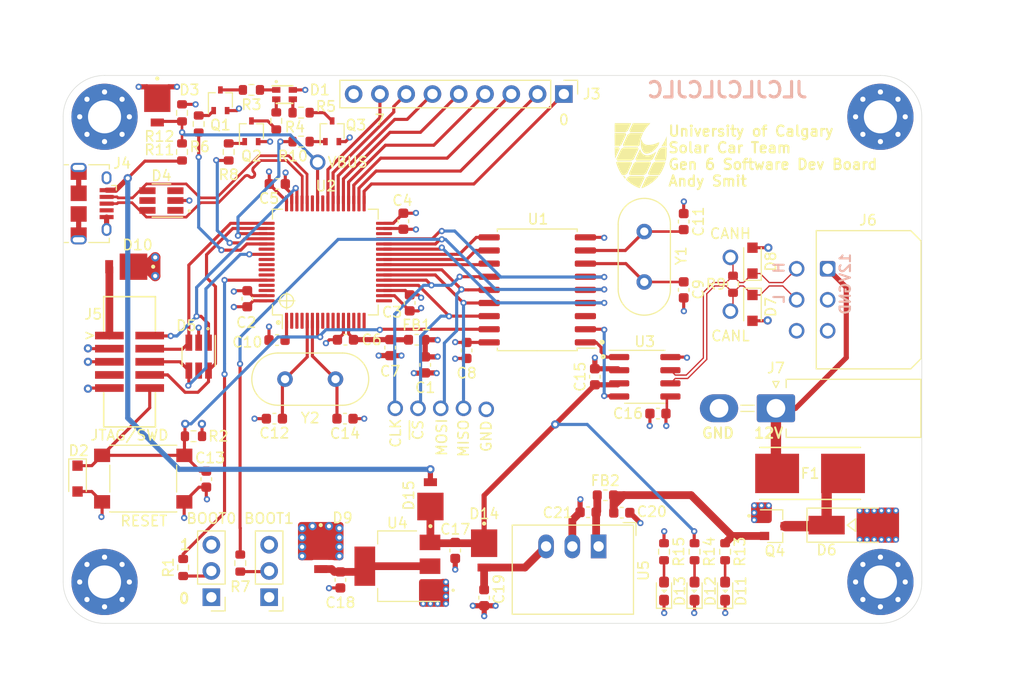
<source format=kicad_pcb>
(kicad_pcb (version 20211014) (generator pcbnew)
  (title_block (title "Gen 6 Software Dev Board") (date "2021-11-29") (rev "A") (company "University of Calgary Solar Car Team") (comment 1 "Andy Smit"))
  (layers (0 "F.Cu" signal) (1 "In1.Cu" power) (2 "In2.Cu" power) (31 "B.Cu" signal) (34 "B.Paste" user) (35 "F.Paste" user) (36 "B.SilkS" user "B.Silkscreen") (37 "F.SilkS" user "F.Silkscreen") (38 "B.Mask" user) (39 "F.Mask" user) (44 "Edge.Cuts" user))
  (net 0 "")
  (net 1 "/~{RESET}")
  (net 2 "GND")
  (net 3 "+5V")
  (net 4 "+3V3")
  (net 5 "/V3.3_DCDC")
  (net 6 "/V5_DCDC")
  (net 7 "+12V")
  (net 8 "/SWCLK")
  (net 9 "/SWDIO")
  (net 10 "/JTDO")
  (net 11 "/JTDI")
  (net 12 "/V3.3_JTAG")
  (net 13 "/USB_N")
  (net 14 "/USB_P")
  (net 15 "/CAN_N")
  (net 16 "/CAN_P")
  (net 17 "Net-(J1-Pad2)")
  (net 18 "Net-(J2-Pad2)")
  (net 19 "/VUSB")
  (net 20 "/VBUS_DETECT")
  (net 22 "/~{SPI1_CS}")
  (net 23 "/SPI1_CLK")
  (net 24 "/SPI1_MISO")
  (net 25 "/SPI1_MOSI")
  (net 26 "/~{CAN_TX0RTS}")
  (net 27 "/~{CAN_TX1RTS}")
  (net 28 "/~{CAN_TX2RTS}")
  (net 29 "/~{CAN_INT}")
  (net 30 "/~{CAN_RX0BF}")
  (net 31 "/~{CAN_RX1BF}")
  (net 32 "/CAN_TX")
  (net 33 "/CAN_RX")
  (net 35 "Net-(C12-Pad2)")
  (net 36 "Net-(C14-Pad2)")
  (net 37 "Net-(C21-Pad1)")
  (net 42 "Net-(F1-Pad1)")
  (net 43 "Net-(D11-Pad2)")
  (net 44 "Net-(D12-Pad2)")
  (net 45 "Net-(D13-Pad2)")
  (net 46 "Net-(F1-Pad2)")
  (net 47 "/GPIO0")
  (net 48 "/GPIO1")
  (net 49 "/GPIO2")
  (net 50 "/GPIO3")
  (net 51 "/GPIO4")
  (net 52 "/GPIO5")
  (net 53 "/GPIO6")
  (net 54 "/GPIO7")
  (net 57 "/LED_RED")
  (net 58 "/LED_GREEN")
  (net 59 "/LED_BLUE")
  (net 61 "+3.3VA")
  (net 63 "Net-(C9-Pad2)")
  (net 64 "Net-(C10-Pad1)")
  (net 65 "Net-(C11-Pad2)")
  (net 66 "Net-(D1-Pad1)")
  (net 67 "Net-(D1-Pad2)")
  (net 68 "Net-(D1-Pad3)")
  (net 70 "Net-(Q1-Pad3)")
  (net 71 "Net-(Q1-Pad1)")
  (net 72 "Net-(Q2-Pad3)")
  (net 73 "Net-(Q2-Pad1)")
  (net 74 "Net-(Q3-Pad3)")
  (net 75 "Net-(Q3-Pad1)")
  (net 76 "Net-(R1-Pad2)")
  (footprint "Capacitor_SMD:C_0603_1608Metric" (layer "F.Cu") (at 159.984 93.142 90)
    (fp_text reference "C9")
    (fp_text value "20pF")
  )
  (footprint "Capacitor_SMD:C_0603_1608Metric" (layer "F.Cu") (at 159.984 86.538 -90)
    (fp_text reference "C11")
    (fp_text value "20pF")
  )
  (footprint "Capacitor_SMD:C_0603_1608Metric" (layer "F.Cu") (at 127.24442 105.601671 180)
    (fp_text reference "C14")
    (fp_text value "20pF")
  )
  (footprint "Capacitor_SMD:C_0603_1608Metric" (layer "F.Cu") (at 151.398 101.55 90)
    (fp_text reference "C15")
    (fp_text value "0.1uF")
  )
  (footprint "Capacitor_SMD:C_0603_1608Metric" (layer "F.Cu") (at 157.494 105.106)
    (fp_text reference "C16")
    (fp_text value "0.1uF")
  )
  (footprint "Capacitor_SMD:C_0603_1608Metric" (layer "F.Cu") (at 139 99 -90)
    (fp_text reference "C8")
    (fp_text value "0.1uF")
  )
  (footprint "Capacitor_SMD:C_0603_1608Metric" (layer "F.Cu") (at 137.898 118.348 -90)
    (fp_text reference "C17")
    (fp_text value "10uF")
  )
  (footprint "Capacitor_SMD:C_0603_1608Metric" (layer "F.Cu") (at 126.8 121.2 -90)
    (fp_text reference "C18")
    (fp_text value "22uF")
  )
  (footprint "Capacitor_SMD:C_0603_1608Metric" (layer "F.Cu") (at 154 114.7)
    (fp_text reference "C20")
    (fp_text value "10uF")
  )
  (footprint "Capacitor_SMD:C_0603_1608Metric" (layer "F.Cu") (at 150.744 114.656 180)
    (fp_text reference "C21")
    (fp_text value "10uF")
  )
  (footprint "LED_SMD:LED_0603_1608Metric_Pad1.05x0.95mm_HandSolder" (layer "F.Cu") (at 161.034 122.284 90)
    (fp_text reference "D12")
    (fp_text value "GREEN")
  )
  (footprint "LED_SMD:LED_0603_1608Metric_Pad1.05x0.95mm_HandSolder" (layer "F.Cu") (at 158.082 122.284 90)
    (fp_text reference "D13")
    (fp_text value "RED")
  )
  (footprint "solar_lib:PinHeader_ARM_10pin_debug" (layer "F.Cu") (at 106.418 100.1)
    (fp_text reference "J5")
    (fp_text value "Conn_ARM_JTAG_SWD_10")
  )
  (footprint "Resistor_SMD:R_0603_1608Metric" (layer "F.Cu") (at 111.49 79.8 90)
    (fp_text reference "R11")
    (fp_text value "360k")
  )
  (footprint "Resistor_SMD:R_0603_1608Metric" (layer "F.Cu") (at 111.49 76.02 90)
    (fp_text reference "R12")
    (fp_text value "620k")
  )
  (footprint "Resistor_SMD:R_0603_1608Metric" (layer "F.Cu") (at 163.986 118.474 -90)
    (fp_text reference "R13")
    (fp_text value "1.8k")
  )
  (footprint "Resistor_SMD:R_0603_1608Metric" (layer "F.Cu") (at 161.034 118.474 -90)
    (fp_text reference "R14")
    (fp_text value "620")
  )
  (footprint "Resistor_SMD:R_0603_1608Metric" (layer "F.Cu") (at 158.082 118.474 -90)
    (fp_text reference "R15")
    (fp_text value "360")
  )
  (footprint "Package_TO_SOT_SMD:SOT-223-3_TabPin2" (layer "F.Cu") (at 132.31 119.872 180)
    (fp_text reference "U4")
    (fp_text value "AZ1117-3.3")
  )
  (footprint "Connector_PinHeader_2.54mm:PinHeader_1x09_P2.54mm_Vertical" (layer "F.Cu") (at 148.4 74.2 -90)
    (fp_text reference "J3")
    (fp_text value "Conn_01x09")
  )
  (footprint "solar_lib:DIO_MBRM110LT1G" (layer "F.Cu") (at 124.9 118.5 -90)
    (fp_text reference "D9")
    (fp_text value "MBRM110LT1G")
  )
  (footprint "solar_lib:DIO_MBRM110LT1G" (layer "F.Cu") (at 140.692 118.348 -90)
    (fp_text reference "D14")
    (fp_text value "MBRM110LT1G")
  )
  (footprint "solar_lib:DIO_MBRM110LT1G" (layer "F.Cu") (at 135.5 113.4015 90)
    (fp_text reference "D15")
    (fp_text value "MBRM110LT1G")
  )
  (footprint "Crystal:Crystal_HC49-U_Vertical" (layer "F.Cu") (at 156.174 92.38 90)
    (fp_text reference "Y1")
    (fp_text value "8MHz")
  )
  (footprint "Capacitor_SMD:C_0603_1608Metric" (layer "F.Cu") (at 140.692 122.92 -90)
    (fp_text reference "C19")
    (fp_text value "10uF")
  )
  (footprint "Converter_DCDC:Converter_DCDC_RECOM_R-78E-0.5_THT" (layer "F.Cu") (at 151.76 117.958 180)
    (fp_text reference "U5")
    (fp_text value "R-78E5.0-1.0")
  )
  (footprint "LED_SMD:LED_0603_1608Metric_Pad1.05x0.95mm_HandSolder" (layer "F.Cu") (at 163.986 122.284 90)
    (fp_text reference "D11")
    (fp_text value "BLUE")
  )
  (footprint "Capacitor_SMD:C_0603_1608Metric" (layer "F.Cu") (at 133.5 94.4 -90)
    (fp_text reference "C3")
    (fp_text value "0.1uF")
  )
  (footprint "Capacitor_SMD:C_0603_1608Metric" (layer "F.Cu") (at 120.7 82.9)
    (fp_text reference "C5")
    (fp_text value "0.1uF")
  )
  (footprint "Capacitor_SMD:C_0603_1608Metric" (layer "F.Cu") (at 132.886574 86.501899 -90)
    (fp_text reference "C4")
    (fp_text value "0.1uF")
  )
  (footprint "Capacitor_SMD:C_0603_1608Metric" (layer "F.Cu") (at 131.606 98.73 -90)
    (fp_text reference "C7")
    (fp_text value "1uF")
  )
  (footprint "Capacitor_SMD:C_0603_1608Metric" (layer "F.Cu") (at 120.419427 105.601671)
    (fp_text reference "C12")
    (fp_text value "20pF")
  )
  (footprint "Capacitor_SMD:C_0603_1608Metric" (layer "F.Cu") (at 120.673426 97.996625 180)
    (fp_text reference "C10")
    (fp_text value "1uF")
  )
  (footprint "Capacitor_SMD:C_0603_1608Metric" (layer "F.Cu") (at 117.8 94 90)
    (fp_text reference "C2")
    (fp_text value "0.1uF")
  )
  (footprint "Capacitor_SMD:C_0603_1608Metric" (layer "F.Cu") (at 135 100.4 -90)
    (fp_text reference "C1")
    (fp_text value "10uF")
  )
  (footprint "Capacitor_SMD:C_0603_1608Metric" (layer "F.Cu") (at 127.288 97.968 180)
    (fp_text reference "C6")
    (fp_text value "0.1uF")
  )
  (footprint "Package_QFP:LQFP-64_10x10mm_P0.5mm" (layer "F.Cu") (at 125.343159 90.45321 90)
    (fp_text reference "U2")
    (fp_text value "STM32L152RET6")
  )
  (footprint "Crystal:Crystal_HC49-U_Vertical" (layer "F.Cu") (at 121.446 101.777999)
    (fp_text reference "Y2")
    (fp_text value "16MHz")
  )
  (footprint "Package_SO:SOIC-18W_7.5x11.6mm_P1.27mm" (layer "F.Cu") (at 145.83 93.142 180)
    (fp_text reference "U1")
    (fp_text value "MCP2510-xSO")
  )
  (footprint "MountingHole:MountingHole_3.2mm_M3_Pad_Via" (layer "F.Cu") (at 104 76.4)
    (fp_text reference "H1" hide)
    (fp_text value "M3")
  )
  (footprint "MountingHole:MountingHole_3.2mm_M3_Pad_Via" (layer "F.Cu") (at 179 76.4)
    (fp_text reference "H2" hide)
    (fp_text value "M3")
  )
  (footprint "Package_TO_SOT_SMD:SOT-23-6_Handsoldering" (layer "F.Cu") (at 109.5 84.5 180)
    (fp_text reference "D4")
    (fp_text value "XBP15SRV05W-G")
  )
  (footprint "Package_TO_SOT_SMD:SOT-23-6_Handsoldering" (layer "F.Cu") (at 113.1 99.6 -90)
    (fp_text reference "D5")
    (fp_text value "XBP15SRV05W-G")
  )
  (footprint "Inductor_SMD:L_0603_1608Metric" (layer "F.Cu") (at 134.1715 97.968)
    (fp_text reference "FB1")
    (fp_text value "600Ohm @ 100MHz, 200mOhm DC")
  )
  (footprint "Inductor_SMD:L_0603_1608Metric" (layer "F.Cu") (at 152.416 113.012)
    (fp_text reference "FB2")
    (fp_text value "12uH")
  )
  (footprint "Connector_USB:USB_Micro-B_Amphenol_10118194_Horizontal" (layer "F.Cu") (at 102.8 84.8 -90)
    (fp_text reference "J4")
    (fp_text value "USB_B_Micro")
  )
  (footprint "MountingHole:MountingHole_3.2mm_M3_Pad_Via" (layer "F.Cu") (at 179 121.4)
    (fp_text reference "H3" hide)
    (fp_text value "M4")
  )
  (footprint "solar_lib:DIO_MBRM110LT1G" (layer "F.Cu") (at 106.1 90.9 180)
    (fp_text reference "D10")
    (fp_text value "MBRM110LT1G")
  )
  (footprint "Connector_PinHeader_2.54mm:PinHeader_1x03_P2.54mm_Vertical" (layer "F.Cu") (at 119.914 122.874 180)
    (fp_text reference "J2" hide)
    (fp_text value "Conn_01x03")
  )
  (footprint "Connector_PinHeader_2.54mm:PinHeader_1x03_P2.54mm_Vertical" (layer "F.Cu") (at 114.326 122.874 180)
    (fp_text reference "J1" hide)
    (fp_text value "Conn_01x03")
  )
  (footprint "Resistor_SMD:R_0603_1608Metric" (layer "F.Cu") (at 117.12 119.572 90)
    (fp_text reference "R7")
    (fp_text value "10k")
  )
  (footprint "Resistor_SMD:R_0603_1608Metric" (layer "F.Cu") (at 111.6 120 90)
    (fp_text reference "R1")
    (fp_text value "10k")
  )
  (footprint "MountingHole:MountingHole_3.2mm_M3_Pad_Via" (layer "F.Cu") (at 104 121.4)
    (fp_text reference "H4" hide)
    (fp_text value "M3")
  )
  (footprint "Capacitor_SMD:C_0603_1608Metric" (layer "F.Cu") (at 113.836 111.452 -90)
    (fp_text reference "C13")
    (fp_text value "0.1uF")
  )
  (footprint "Button_Switch_SMD:SW_Push_1P1T_NO_6x6mm_H9.5mm" (layer "F.Cu") (at 107.74 111.400001)
    (fp_text reference "SW1" hide)
    (fp_text value "SW_Push")
  )
  (footprint "Resistor_SMD:R_0603_1608Metric" (layer "F.Cu") (at 112.6 107.3 180)
    (fp_text reference "R2")
    (fp_text value "100k")
  )
  (footprint "Diode_SMD:D_SOD-323_HandSoldering" (layer "F.Cu") (at 101.39 111.398 -90)
    (fp_text reference "D2")
    (fp_text value "CDSOD323")
  )
  (footprint "Package_SO:SOIC-8_3.9x4.9mm_P1.27mm" (layer "F.Cu") (at 156.224 101.55)
    (fp_text reference "U3")
    (fp_text value "MCP2562-H-SN")
  )
  (footprint "Connector_Molex:Molex_Micro-Fit_3.0_43045-0600_2x03_P3.00mm_Horizontal" (layer "F.Cu") (at 173.9 91.1 -90)
    (fp_text reference "J6")
    (fp_text value "Micro-Fit 3x2")
  )
  (footprint "Package_TO_SOT_SMD:SOT-23" (layer "F.Cu") (at 168.8 116)
    (fp_text reference "Q4")
    (fp_text value "IRLML2244TRPBF")
  )
  (footprint "Diode_SMD:D_SMA_Handsoldering" (layer "F.Cu") (at 176.3 115.9)
    (fp_text reference "D6")
    (fp_text value "SMAJ26CA")
  )
  (footprint "solar_lib:Fuseholder_Littlefuse_0154" (layer "F.Cu") (at 172.2 110.9)
    (fp_text reference "F1")
    (fp_text value "2A")
  )
  (footprint "solar_lib:LED_0606_1616Metric" (layer "F.Cu") (at 120.6 73.8)
    (fp_text reference "D1")
    (fp_text value "LED_RGBA" hide)
  )
  (footprint "Resistor_SMD:R_0603_1608Metric" (layer "F.Cu") (at 113.1 77.1 -90)
    (fp_text reference "R6")
    (fp_text value "680k")
  )
  (footprint "Resistor_SMD:R_0603_1608Metric" (layer "F.Cu") (at 116 79.8 -90)
    (fp_text reference "R8")
    (fp_text value "680k")
  )
  (footprint "Diode_SMD:D_SOD-323_HandSoldering" (layer "F.Cu") (at 166.632 90.314 90)
    (fp_text reference "D8")
    (fp_text value "CDSOD323")
  )
  (footprint "Diode_SMD:D_SOD-323_HandSoldering" (layer "F.Cu") (at 166.632 94.886 -90)
    (fp_text reference "D7")
    (fp_text value "CDSOD323")
  )
  (footprint "Resistor_SMD:R_0603_1608Metric" (layer "F.Cu") (at 164.75 92.6 -90)
    (fp_text reference "R9")
    (fp_text value "120")
  )
  (footprint "solar_lib:solar_logo" (layer "F.Cu") (at 155.8 80.2)
    (fp_text reference "G***" hide)
    (fp_text value "LOGO" hide)
  )
  (footprint "solar_lib:TestPoint_1mm" (layer "F.Cu") (at 134.3 104.6)
    (fp_text reference "TP1" hide)
    (fp_text value "~CS")
  )
  (footprint "solar_lib:TestPoint_1mm" (layer "F.Cu") (at 138.7 104.6)
    (fp_text reference "TP3" hide)
    (fp_text value "MISO")
  )
  (footprint "solar_lib:TestPoint_1mm" (layer "F.Cu") (at 136.5 104.6)
    (fp_text reference "TP4" hide)
    (fp_text value "MOSI")
  )
  (footprint "solar_lib:TestPoint_1mm" (layer "F.Cu") (at 164.5 90)
    (fp_text reference "TP5" hide)
    (fp_text value "CANH")
  )
  (footprint "solar_lib:TestPoint_1mm" (layer "F.Cu") (at 164.5 95.2)
    (fp_text reference "TP6" hide)
    (fp_text value "CANL")
  )
  (footprint "solar_lib:TestPoint_1mm" (layer "F.Cu") (at 124.6 80.8)
    (fp_text reference "TP7" hide)
    (fp_text value "VBUS")
  )
  (footprint "solar_lib:TestPoint_1mm" (layer "F.Cu") (at 140.9 104.7)
    (fp_text reference "TP8" hide)
    (fp_text value "GND")
  )
  (footprint "solar_lib:TestPoint_1mm" (layer "F.Cu") (at 132.1 104.6)
    (fp_text reference "TP2" hide)
    (fp_text value "CLK")
  )
  (footprint "Connector_Molex:Molex_Mini-Fit_Jr_5569-02A2_2x01_P4.20mm_Horizontal" (layer "F.Cu") (at 168.9 104.6 -90)
    (fp_text reference "J7")
    (fp_text value "Mini-Fit 1x2")
  )
  (footprint "Package_TO_SOT_SMD:SOT-323_SC-70" (layer "F.Cu") (at 118.2 77.8 90)
    (fp_text reference "Q2")
    (fp_text value "BC847CW")
  )
  (footprint "Resistor_SMD:R_0603_1608Metric" (layer "F.Cu") (at 118.2 73.8 180)
    (fp_text reference "R3")
    (fp_text value "620")
  )
  (footprint "Resistor_SMD:R_0603_1608Metric" (layer "F.Cu") (at 123 76)
    (fp_text reference "R5")
    (fp_text value "150")
  )
  (footprint "Package_TO_SOT_SMD:SOT-323_SC-70" (layer "F.Cu") (at 126 77.8 90)
    (fp_text reference "Q3")
    (fp_text value "BC847CW")
  )
  (footprint "Resistor_SMD:R_0603_1608Metric" (layer "F.Cu") (at 123 78.8 180)
    (fp_text reference "R10")
    (fp_text value "680k")
  )
  (footprint "Resistor_SMD:R_0603_1608Metric" (layer "F.Cu") (at 120.6 76.8 -90)
    (fp_text reference "R4")
    (fp_text value "150")
  )
  (footprint "Package_TO_SOT_SMD:SOT-323_SC-70" (layer "F.Cu") (at 115.2 74.8 90)
    (fp_text reference "Q1")
    (fp_text value "BC847CW")
  )
  (footprint "solar_lib:DIO_MBRM110LT1G" (layer "F.Cu") (at 109.1 75.2985 -90)
    (fp_text reference "D3")
    (fp_text value "MBRM110LT1G")
  )
  (gr_circle (center 152.2 99.6) (end 152.341421 99.6) (layer "F.SilkS") (width 0.2) (fill none))
  (gr_line (start 157.9 122.2) (end 158.1 122.4) (layer "F.SilkS") (width 0.1))
  (gr_line (start 163.8 122.2) (end 164 122.4) (layer "F.SilkS") (width 0.1))
  (gr_line (start 164.2 122.2) (end 163.8 122.2) (layer "F.SilkS") (width 0.1))
  (gr_line (start 164 122.4) (end 164.2 122.2) (layer "F.SilkS") (width 0.1))
  (gr_circle (center 114 96.9) (end 114 97) (layer "F.SilkS") (width 0.12) (fill none))
  (gr_circle (center 137.7 122.2) (end 137.8 122.2) (layer "F.SilkS") (width 0.12) (fill none))
  (gr_line (start 175.8 115.9) (end 176.6 116.5) (layer "F.SilkS") (width 0.12))
  (gr_line (start 158.1 122.4) (end 158.3 122.2) (layer "F.SilkS") (width 0.1))
  (gr_line (start 158.3 122.2) (end 157.9 122.2) (layer "F.SilkS") (width 0.1))
  (gr_circle (center 121.6 94.2) (end 121 94.5) (layer "F.SilkS") (width 0.12) (fill none))
  (gr_line (start 120.8 94.2) (end 122.4 94.2) (layer "F.SilkS") (width 0.12))
  (gr_circle (center 166.3 115) (end 166.4 115) (layer "F.SilkS") (width 0.15) (fill none))
  (gr_circle (center 112.2 85.5) (end 112.2 85.6) (layer "F.SilkS") (width 0.12) (fill none))
  (gr_circle (center 152.1 98.2) (end 152.241421 98.2) (layer "F.SilkS") (width 0.2) (fill none))
  (gr_line (start 175.8 115.9) (end 176.6 115.3) (layer "F.SilkS") (width 0.12))
  (gr_circle (center 120.6 73) (end 120.6 73.1) (layer "F.SilkS") (width 0.12) (fill none))
  (gr_line (start 161 122.4) (end 161.2 122.2) (layer "F.SilkS") (width 0.1))
  (gr_line (start 176.6 116.5) (end 176.6 115.3) (layer "F.SilkS") (width 0.12))
  (gr_line (start 161.2 122.2) (end 160.8 122.2) (layer "F.SilkS") (width 0.1))
  (gr_line (start 121.6 95) (end 121.6 93.4) (layer "F.SilkS") (width 0.12))
  (gr_line (start 160.8 122.2) (end 161 122.4) (layer "F.SilkS") (width 0.1))
  (gr_circle (center 120.8 96.3) (end 120.941421 96.3) (layer "F.SilkS") (width 0.2) (fill none))
  (gr_line (start 183 76.4) (end 183 121.4) (layer "Edge.Cuts") (width 0.05))
  (gr_arc (start 179 72.4) (mid 181.828427 73.571573) (end 183 76.4) (layer "Edge.Cuts") (width 0.05))
  (gr_line (start 100 121.4) (end 100 76.4) (layer "Edge.Cuts") (width 0.05))
  (gr_arc (start 100 76.4) (mid 101.171573 73.571573) (end 104 72.4) (layer "Edge.Cuts") (width 0.05))
  (gr_line (start 104 72.4) (end 179 72.4) (layer "Edge.Cuts") (width 0.05))
  (gr_line (start 179 125.4) (end 104 125.4) (layer "Edge.Cuts") (width 0.05))
  (gr_arc (start 104 125.4) (mid 101.171573 124.228427) (end 100 121.4) (layer "Edge.Cuts") (width 0.05))
  (gr_arc (start 183 121.4) (mid 181.828427 124.228427) (end 179 125.4) (layer "Edge.Cuts") (width 0.05))
  (gr_text "GND" (at 175.6 94 90) (layer "B.SilkS") (effects (font (size 1 1) (thickness 0.2)) (justify mirror)))
  (gr_text "H" (at 169.2 91 90) (layer "B.SilkS") (effects (font (size 1 1) (thickness 0.2)) (justify mirror)))
  (gr_text "L" (at 169.2 94 90) (layer "B.SilkS") (effects (font (size 1 1) (thickness 0.2)) (justify mirror)))
  (gr_text "JLCJLCJLCJLC" (at 164.2 73.8) (layer "B.SilkS") (effects (font (size 1.5 1.5) (thickness 0.3)) (justify mirror)))
  (gr_text "12V" (at 175.6 91 90) (layer "B.SilkS") (effects (font (size 1 1) (thickness 0.2)) (justify mirror)))
  (gr_text "1" (at 111.786 117.794) (layer "F.SilkS") (effects (font (size 1 1) (thickness 0.2))))
  (gr_text "0" (at 111.7 123) (layer "F.SilkS") (effects (font (size 1 1) (thickness 0.2))))
  (gr_text "BOOT0" (at 114.326 115.254) (layer "F.SilkS") (effects (font (size 1 1) (thickness 0.153))))
  (gr_text "BOOT1" (at 119.9 115.254) (layer "F.SilkS") (effects (font (size 1 1) (thickness 0.153))))
  (gr_text "12V" (at 168.2 107) (layer "F.SilkS") (effects (font (size 1 1) (thickness 0.2))))
  (gr_text "GND" (at 163.3 107) (layer "F.SilkS") (effects (font (size 1 1) (thickness 0.2))))
  (gr_text "University of Calgary\nSolar Car Team\nGen 6 Software Dev Board\nAndy Smit" (at 158.4 80.2) (layer "F.SilkS") (effects (font (size 1 1) (thickness 0.2)) (justify left)))
  (gr_text "7" (at 130.6 76.7) (layer "F.SilkS") (effects (font (size 1 1))))
  (gr_text "JTAG/SWD" (at 106.418 107.2) (layer "F.SilkS") (effects (font (size 1 1) (thickness 0.153))))
  (gr_text "0" (at 148.4 76.7) (layer "F.SilkS") (effects (font (size 1 1))))
  (gr_text "RESET" (at 107.8 115.5) (layer "F.SilkS") (effects (font (size 1 1) (thickness 0.153))))
  (segment (start 113.836 110.677) (end 113.241999 110.677) (width 0.3) (layer "F.Cu") (net 1))
  (segment (start 130.668 96.952) (end 130.61 97.01) (width 0.3) (layer "F.Cu") (net 1))
  (segment (start 101.39 110.148) (end 102.767 110.148) (width 0.3) (layer "F.Cu") (net 1))
  (segment (start 141.18 96.952) (end 130.668 96.952) (width 0.3) (layer "F.Cu") (net 1))
  (segment (start 103.765 109.15) (end 111.715 109.15) (width 0.3) (layer "F.Cu") (net 1))
  (segment (start 111.725 107.200001) (end 111.725 109.14) (width 0.3) (layer "F.Cu") (net 1))
  (segment (start 124.593159 96.12821) (end 124.593159 97.45) (width 0.3) (layer "F.Cu") (net 1))
  (segment (start 108.368 104.547001) (end 103.765 109.150001) (width 0.3) (layer "F.Cu") (net 1))
  (segment (start 113.241999 110.677) (end 111.715 109.150001) (width 0.3) (layer "F.Cu") (net 1))
  (segment (start 108.368 102.64) (end 108.368 104.547001) (width 0.3) (layer "F.Cu") (net 1))
  (segment (start 124.593159 97.45) (end 124.843159 97.7) (width 0.3) (layer "F.Cu") (net 1))
  (segment (start 111.775 106.125) (end 111.8 106.1) (width 0.3) (layer "F.Cu") (net 1))
  (segment (start 111.725 109.14) (end 111.715 109.15) (width 0.3) (layer "F.Cu") (net 1))
  (segment (start 102.767 110.148) (end 103.765 109.15) (width 0.3) (layer "F.Cu") (net 1))
  (segment (start 111.775 107.3) (end 111.775 106.125) (width 0.3) (layer "F.Cu") (net 1))
  (via (at 130.61 97.01) (size 0.6) (drill 0.3) (layers "F.Cu" "B.Cu") (net 1))
  (via (at 111.8 106.1) (size 0.8) (drill 0.4) (layers "F.Cu" "B.Cu") (net 1))
  (via (at 124.843159 97.7) (size 0.6) (drill 0.3) (layers "F.Cu" "B.Cu") (net 1))
  (segment (start 125.4 97) (end 130.6 97) (width 0.3) (layer "B.Cu") (net 1))
  (segment (start 111.8 106.1) (end 112.365685 106.1) (width 0.3) (layer "B.Cu") (net 1))
  (segment (start 112.365685 106.1) (end 120.765685 97.7) (width 0.3) (layer "B.Cu") (net 1))
  (segment (start 125.4 97) (end 124.843159 97.556841) (width 0.3) (layer "B.Cu") (net 1))
  (segment (start 130.6 97) (end 130.61 97.01) (width 0.3) (layer "B.Cu") (net 1))
  (segment (start 120.765685 97.7) (end 124.843159 97.7) (width 0.3) (layer "B.Cu") (net 1))
  (segment (start 124.843159 97.556841) (end 124.843159 97.7) (width 0.3) (layer "B.Cu") (net 1))
  (segment (start 132.02821 93.70321) (end 133.5 95.175) (width 0.3) (layer "F.Cu") (net 2))
  (segment (start 118.85 78.8) (end 120 78.8) (width 0.3) (layer "F.Cu") (net 2))
  (segment (start 126.513 97.968) (end 127.093159 97.387841) (width 0.3) (layer "F.Cu") (net 2))
  (segment (start 149.969 113.431) (end 150 113.4) (width 0.5) (layer "F.Cu") (net 2))
  (segment (start 131.018159 93.70321) (end 132.02821 93.70321) (width 0.3) (layer "F.Cu") (net 2))
  (segment (start 151.398 100.775) (end 153.609 100.775) (width 0.5) (layer "F.Cu") (net 2))
  (segment (start 163.986 124.386) (end 164 124.4) (width 0.3) (layer "F.Cu") (net 2))
  (segment (start 135 101.175) (end 136.075 101.175) (width 0.5) (layer "F.Cu") (net 2))
  (segment (start 131.601 99.5) (end 131.606 99.505) (width 0.5) (layer "F.Cu") (net 2))
  (segment (start 154.8 114.7) (end 155.8 115.7) (width 0.5) (layer "F.Cu") (net 2))
  (segment (start 113.836 112.227) (end 113.138 112.227001) (width 0.3) (layer "F.Cu") (net 2))
  (segment (start 158.699 99.645) (end 160.245 99.645) (width 0.3) (layer "F.Cu") (net 2))
  (segment (start 116.8 75.8) (end 117 75.6) (width 0.3) (layer "F.Cu") (net 2))
  (segment (start 132.695 99.505) (end 132.7 99.5) (width 0.5) (layer "F.Cu") (net 2))
  (segment (start 111.49 75.195) (end 112.695 75.195) (width 0.3) (layer "F.Cu") (net 2))
  (segment (start 137.9 119.125) (end 137.898 119.123) (width 0.5) (layer "F.Cu") (net 2))
  (segment (start 118.27821 93.70321) (end 117.8 93.225) (width 0.3) (layer "F.Cu") (net 2))
  (segment (start 158.082 123.159) (end 158.082 124.382) (width 0.3) (layer "F.Cu") (net 2))
  (segment (start 168.064 96.136) (end 168.1 96.1) (width 0.3) (layer "F.Cu") (net 2))
  (segment (start 151.398 99.702) (end 151.4 99.7) (width 0.5) (layer "F.Cu") (net 2))
  (segment (start 150.48 88.062) (end 152.262 88.062) (width 0.3) (layer "F.Cu") (net 2))
  (segment (start 149.22 115.405) (end 149.969 114.656) (width 0.75) (layer "F.Cu") (net 2))
  (segment (start 102.762999 112.648) (end 103.765 113.650001) (width 0.3) (layer "F.Cu") (net 2))
  (segment (start 113.836 112.227) (end 113.836 113.336) (width 0.3) (layer "F.Cu") (net 2))
  (segment (start 159.984 85.763) (end 159.984 84.616) (width 0.3) (layer "F.Cu") (net 2))
  (segment (start 126.8 121.975) (end 125.725 121.975) (width 0.3) (layer "F.Cu") (net 2))
  (segment (start 130.5 99.5) (end 131.601 99.5) (width 0.5) (layer "F.Cu") (net 2))
  (segment (start 101.39 112.648) (end 102.762999 112.648) (width 0.3) (layer "F.Cu") (net 2))
  (segment (start 161.034 123.159) (end 161.034 124.366) (width 0.3) (layer "F.Cu") (net 2))
  (segment (start 152.262 88.062) (end 152.3 88.1) (width 0.3) (layer "F.Cu") (net 2))
  (segment (start 136.075 101.175) (end 136.1 101.2) (width 0.5) (layer "F.Cu") (net 2))
  (segment (start 132.812885 87.20321) (end 132.886574 87.276899) (width 0.3) (layer "F.Cu") (net 2))
  (segment (start 158.082 124.382) (end 158.1 124.4) (width 0.3) (layer "F.Cu") (net 2))
  (segment (start 113.1 98.25) (end 113.1 96.9) (width 0.3) (layer "F.Cu") (net 2))
  (segment (start 101.5 85.8) (end 101.5 87.7) (width 0.5) (layer "F.Cu") (net 2))
  (segment (start 128.01942 105.601671) (end 129.098329 105.601671) (width 0.3) (layer "F.Cu") (net 2))
  (segment (start 159.984 93.917) (end 159.984 95.184) (width 0.3) (layer "F.Cu") (net 2))
  (segment (start 139.6 123.7) (end 141.8 123.7) (width 0.5) (layer "F.Cu") (net 2))
  (segment (start 166.632 96.136) (end 168.064 96.136) (width 0.3) (layer "F.Cu") (net 2))
  (segment (start 121.475 81.825) (end 121.5 81.8) (width 0.3) (layer "F.Cu") (net 2))
  (segment (start 112.795 75.195) (end 112.8 75.2) (width 0.3) (layer "F.Cu") (net 2))
  (segment (start 117.8 93.225) (end 116.575 93.225) (width 0.3) (layer "F.Cu") (net 2))
  (segment (start 139 99.775) (end 137.925 99.775) (width 0.3) (layer "F.Cu") (net 2))
  (segment (start 119.898426 96.701574) (end 119.9 96.7) (width 0.3) (layer "F.Cu") (net 2))
  (segment (start 104.468 98.83) (end 102.43 98.83) (width 0.3) (layer "F.Cu") (net 2))
  (segment (start 113.836 113.336) (end 113.9 113.4) (width 0.3) (layer "F.Cu") (net 2))
  (segment (start 103.765 115.035) (end 103.7 115.1) (width 0.3) (layer "F.Cu") (net 2))
  (segment (start 119.644427 105.601671) (end 118.501671 105.601671) (width 0.3) (layer "F.Cu") (net 2))
  (segment (start 110.85 84.5) (end 112.2 84.5) (width 0.3) (layer "F.Cu") (net 2))
  (segment (start 149.22 117.958) (end 149.22 115.405) (width 0.75) (layer "F.Cu") (net 2))
  (segment (start 115.85 75.8) (end 116.8 75.8) (width 0.3) (layer "F.Cu") (net 2))
  (segment (start 113.138 112.227001) (end 111.715 113.650001) (width 0.3) (layer "F.Cu") (net 2))
  (segment (start 166.632 89.064) (end 168.164 89.064) (width 0.3) (layer "F.Cu") (net 2))
  (segment (start 153.609 100.775) (end 153.749 100.915) (width 0.5) (layer "F.Cu") (net 2))
  (segment (start 131.018159 87.20321) (end 132.812885 87.20321) (width 0.3) (layer "F.Cu") (net 2))
  (segment (start 119.898426 97.996625) (end 119.898426 96.701574) (width 0.3) (layer "F.Cu") (net 2))
  (segment (start 102.43 98.83) (end 102.4 98.8) (width 0.3) (layer "F.Cu") (net 2))
  (segment (start 126.513 97.968) (end 125.732 97.968) (width 0.3) (layer "F.Cu") (net 2))
  (segment (start 134.325 95.175) (end 134.6 94.9) (width 0.3) (layer "F.Cu") (net 2))
  (segment (start 121.475 83.256555) (end 121.475 82.9) (width 0.3) (layer "F.Cu") (net 2))
  (segment (start 126.65 78.8) (end 127.3 78.8) (width 0.3) (layer "F.Cu") (net 2))
  (segment (start 125.732 97.968) (end 125.4 98.3) (width 0.3) (layer "F.Cu") (net 2))
  (segment (start 133.5 95.175) (end 134.325 95.175) (width 0.3) (layer "F.Cu") (net 2))
  (segment (start 151.398 100.775) (end 151.398 99.702) (width 0.5) (layer "F.Cu") (net 2))
  (segment (start 127.3 78.8) (end 127.7 78.4) (width 0.3) (layer "F.Cu") (net 2))
  (segment (start 163.986 123.159) (end 163.986 124.386) (width 0.3) (layer "F.Cu") (net 2))
  (segment (start 154.775 114.7) (end 154.8 114.7) (width 0.5) (layer "F.Cu") (net 2))
  (segment (start 133.9 101.2) (end 134.975 101.2) (width 0.5) (layer "F.Cu") (net 2))
  (segment (start 160.245 99.645) (end 160.3 99.7) (width 0.3) (layer "F.Cu") (net 2))
  (segment (start 137.9 120.2) (end 137.9 119.125) (width 0.5) (layer "F.Cu") (net 2))
  (segment (start 111.7 115.2) (end 111.7 113.665001) (width 0.3) (layer "F.Cu") (net 2))
  (segment (start 129.098329 105.601671) (end 129.1 105.6) (width 0.3) (layer "F.Cu") (net 2))
  (segment (start 149.969 114.656) (end 149.969 113.431) (width 0.5) (layer "F.Cu") (net 2))
  (segment (start 101.5 83.8) (end 101.5 81.9) (width 0.5) (layer "F.Cu") (net 2))
  (segment (start 104.468 100.1) (end 102.4 100.1) (width 0.3) (layer "F.Cu") (net 2))
  (segment (start 111.7 113.665001) (end 111.715 113.650001) (width 0.3) (layer "F.Cu") (net 2))
  (segment (start 159.984 95.184) (end 160 95.2) (width 0.3) (layer "F.Cu") (net 2))
  (segment (start 127.093159 97.387841) (end 127.093159 96.12821) (width 0.3) (layer "F.Cu") (net 2))
  (segment (start 161.034 124.366) (end 161 124.4) (width 0.3) (layer "F.Cu") (net 2))
  (segment (start 122.093159 83.874714) (end 121.475 83.256555) (width 0.3) (layer "F.Cu") (net 2))
  (segment (start 156.719 106.281) (end 156.7 106.3) (width 0.3) (layer "F.Cu") (net 2))
  (segment (start 140.7 124.7) (end 140.7 123.703) (width 0.5) (layer "F.Cu") (net 2))
  (segment (start 104.2 86.1) (end 104.2 87.3) (width 0.5) (layer "F.Cu") (net 2))
  (segment (start 102.46 102.64) (end 102.4 102.7) (width 0.3) (layer "F.Cu") (net 2))
  (segment (start 134.975 101.2) (end 135 101.175) (width 0.5) (layer "F.Cu") (net 2))
  (segment (start 119.668159 93.70321) (end 118.27821 93.70321) (width 0.3) (layer "F.Cu") (net 2))
  (segment (start 121.475 82.9) (end 121.475 81.825) (width 0.3) (layer "F.Cu") (net 2))
  (segment (start 125.725 121.975) (end 125.7 122) (width 0.3) (layer "F.Cu") (net 2))
  (segment (start 134.076899 87.276899) (end 134.1 87.3) (width 0.3) (layer "F.Cu") (net 2))
  (segment (start 159.984 84.616) (end 160 84.6) (width 0.3) (layer "F.Cu") (net 2))
  (segment (start 131.606 99.505) (end 132.695 99.505) (width 0.5) (layer "F.Cu") (net 2))
  (segment (start 137.925 99.775) (end 137.9 99.8) (width 0.3) (layer "F.Cu") (net 2))
  (segment (start 156.719 105.106) (end 156.719 106.281) (width 0.3) (layer "F.Cu") (net 2))
  (segment (start 104.468 102.64) (end 102.46 102.64) (width 0.3) (layer "F.Cu") (net 2))
  (segment (start 132.886574 87.276899) (end 134.076899 87.276899) (width 0.3) (layer "F.Cu") (net 2))
  (segment (start 118.501671 105.601671) (end 118.5 105.6) (width 0.3) (layer "F.Cu") (net 2))
  (segment (start 122.093159 84.77821) (end 122.093159 83.874714) (width 0.3) (layer "F.Cu") (net 2))
  (segment (start 103.765 113.65) (end 103.765 115.035) (width 0.3) (layer "F.Cu") (net 2))
  (segment (start 140.7 123.703) (end 140.692 123.695) (width 0.5) (layer "F.Cu") (net 2))
  (segment (start 116.575 93.225) (end 116.5 93.3) (width 0.3) (layer "F.Cu") (net 2))
  (via (at 155.8 115.7) (size 0.6) (drill 0.3) (layers "F.Cu" "B.Cu") (net 2))
  (via (at 112.2 84.5) (size 0.6) (drill 0.3) (layers "F.Cu" "B.Cu") (net 2))
  (via (at 179.1 114.5) (size 0.6) (drill 0.3) (layers "F.Cu" "B.Cu") (net 2))
  (via (at 125.4 98.3) (size 0.6) (drill 0.3) (layers "F.Cu" "B.Cu") (net 2))
  (via (at 168.1 96.1) (size 0.8) (drill 0.4) (layers "F.Cu" "B.Cu") (net 2))
  (via (at 177.7 117.3) (size 0.6) (drill 0.3) (layers "F.Cu" "B.Cu") (net 2))
  (via (at 151.4 99.7) (size 0.6) (drill 0.3) (layers "F.Cu" "B.Cu") (net 2))
  (via (at 120 78.8) (size 0.6) (drill 0.3) (layers "F.Cu" "B.Cu") (net 2))
  (via (at 156.7 106.3) (size 0.6) (drill 0.3) (layers "F.Cu" "B.Cu") (net 2))
  (via (at 113.1 96.8) (size 0.6) (drill 0.3) (layers "F.Cu" "B.Cu") (net 2))
  (via (at 130.5 99.5) (size 0.6) (drill 0.3) (layers "F.Cu" "B.Cu") (net 2))
  (via (at 137 122.1) (size 0.6) (drill 0.3) (layers "F.Cu" "B.Cu") (net 2))
  (via (at 168.164 89.064) (size 0.8) (drill 0.4) (layers "F.Cu" "B.Cu") (net 2))
  (via (at 179.8 117.3) (size 0.6) (drill 0.3) (layers "F.Cu" "B.Cu") (net 2))
  (via (at 135.5 123.5) (size 0.6) (drill 0.3) (layers "F.Cu" "B.Cu") (net 2))
  (via (at 141.8 123.7) (size 0.6) (drill 0.3) (layers "F.Cu" "B.Cu") (net 2))
  (via (at 117 75.6) (size 0.6) (drill 0.3) (layers "F.Cu" "B.Cu") (net 2))
  (via (at 164 124.4) (size 0.6) (drill 0.3) (layers "F.Cu" "B.Cu") (net 2))
  (via (at 102.4 100.1) (size 0.8) (drill 0.4) (layers "F.Cu" "B.Cu") (net 2))
  (via (at 150 113.4) (size 0.6) (drill 0.3) (layers "F.Cu" "B.Cu") (net 2))
  (via (at 136.1 101.2) (size 0.6) (drill 0.3) (layers "F.Cu" "B.Cu") (net 2))
  (via (at 180.5 117.3) (size 0.6) (drill 0.3) (layers "F.Cu" "B.Cu") (net 2))
  (via (at 136.2 123.5) (size 0.6) (drill 0.3) (layers "F.Cu" "B.Cu") (net 2))
  (via (at 139.6 123.7) (size 0.6) (drill 0.3) (layers "F.Cu" "B.Cu") (net 2))
  (via (at 180.5 114.5) (size 0.6) (drill 0.3) (layers "F.Cu" "B.Cu") (net 2))
  (via (at 166.8 114.7) (size 0.6) (drill 0.3) (layers "F.Cu" "B.Cu") (net 2))
  (via (at 134.8 123.5) (size 0.6) (drill 0.3) (layers "F.Cu" "B.Cu") (net 2))
  (via (at 118.5 105.6) (size 0.6) (drill 0.3) (layers "F.Cu" "B.Cu") (net 2))
  (via (at 158.1 124.4) (size 0.6) (drill 0.3) (layers "F.Cu" "B.Cu") (net 2))
  (via (at 125.7 122) (size 0.6) (drill 0.3) (layers "F.Cu" "B.Cu") (net 2))
  (via (at 133.9 101.2) (size 0.6) (drill 0.3) (layers "F.Cu" "B.Cu") (net 2))
  (via (at 152.3 88.1) (size 0.6) (drill 0.3) (layers "F.Cu" "B.Cu") (net 2))
  (via (at 119.9 96.7) (size 0.6) (drill 0.3) (layers "F.Cu" "B.Cu") (net 2))
  (via (at 177 114.5) (size 0.6) (drill 0.3) (layers "F.Cu" "B.Cu") (net 2))
  (via (at 177 117.3) (size 0.6) (drill 0.3) (layers "F.Cu" "B.Cu") (net 2))
  (via (at 179.8 114.5) (size 0.6) (drill 0.3) (layers "F.Cu" "B.Cu") (net 2))
  (via (at 178.4 117.3) (size 0.6) (drill 0.3) (layers "F.Cu" "B.Cu") (net 2))
  (via (at 113.9 113.4) (size 0.6) (drill 0.3) (layers "F.Cu" "B.Cu") (net 2))
  (via (at 166.8 115.4) (size 0.6) (drill 0.3) (layers "F.Cu" "B.Cu") (net 2))
  (via (at 127.7 78.4) (size 0.6) (drill 0.3) (layers "F.Cu" "B.Cu") (net 2))
  (via (at 166.8 114) (size 0.6) (drill 0.3) (layers "F.Cu" "B.Cu") (net 2))
  (via (at 161 124.4) (size 0.6) (drill 0.3) (layers "F.Cu" "B.Cu") (net 2))
  (via (at 160.3 99.7) (size 0.6) (drill 0.3) (layers "F.Cu" "B.Cu") (net 2))
  (via (at 168.2 114) (size 0.6) (drill 0.3) (layers "F.Cu" "B.Cu") (net 2))
  (via (at 137 123.5) (size 0.6) (drill 0.3) (layers "F.Cu" "B.Cu") (net 2))
  (via (at 178.4 114.5) (size 0.6) (drill 0.3) (layers "F.Cu" "B.Cu") (net 2))
  (via (at 132.7 99.5) (size 0.6) (drill 0.3) (layers "F.Cu" "B.Cu") (net 2))
  (via (at 137.9 120.2) (size 0.6) (drill 0.3) (layers "F.Cu" "B.Cu") (net 2))
  (via (at 103.7 115.1) (size 0.6) (drill 0.3) (layers "F.Cu" "B.Cu") (net 2))
  (via (at 140.7 124.7) (size 0.6) (drill 0.3) (layers "F.Cu" "B.Cu") (net 2))
  (via (at 137 121.4) (size 0.6) (drill 0.3) (layers "F.Cu" "B.Cu") (net 2))
  (via (at 129.1 105.6) (size 0.6) (drill 0.3) (layers "F.Cu" "B.Cu") (net 2))
  (via (at 111.7 115.2) (size 0.6) (drill 0.3) (layers "F.Cu" "B.Cu") (net 2))
  (via (at 167.5 114) (size 0.6) (drill 0.3) (layers "F.Cu" "B.Cu") (net 2))
  (via (at 134.6 94.9) (size 0.6) (drill 0.3) (layers "F.Cu" "B.Cu") (net 2))
  (via (at 112.8 75.2) (size 0.6) (drill 0.3) (layers "F.Cu" "B.Cu") (net 2))
  (via (at 160 95.2) (size 0.6) (drill 0.3) (layers "F.Cu" "B.Cu") (net 2))
  (via (at 137 122.8) (size 0.6) (drill 0.3) (layers "F.Cu" "B.Cu") (net 2))
  (via (at 177.7 114.5) (size 0.6) (drill 0.3) (layers "F.Cu" "B.Cu") (net 2))
  (via (at 121.5 81.8) (size 0.6) (drill 0.3) (layers "F.Cu" "B.Cu") (net 2))
  (via (at 179.1 117.3) (size 0.6) (drill 0.3) (layers "F.Cu" "B.Cu") (net 2))
  (via (at 137.9 99.8) (size 0.6) (drill 0.3) (layers "F.Cu" "B.Cu") (net 2))
  (via (at 102.4 98.8) (size 0.8) (drill 0.4) (layers "F.Cu" "B.Cu") (net 2))
  (via (at 134.1 87.3) (size 0.6) (drill 0.3) (layers "F.Cu" "B.Cu") (net 2))
  (via (at 116.5 93.3) (size 0.6) (drill 0.3) (layers "F.Cu" "B.Cu") (net 2))
  (via (at 102.4 102.7) (size 0.8) (drill 0.4) (layers "F.Cu" "B.Cu") (net 2))
  (via (at 160 84.6) (size 0.6) (drill 0.3) (layers "F.Cu" "B.Cu") (net 2))
  (segment (start 147.5615 106.1615) (end 151.398 102.325) (width 0.5) (layer "F.Cu") (net 3))
  (segment (start 135.5 114.1) (end 135.5 117.532) (width 0.75) (layer "F.Cu") (net 3))
  (segment (start 151.398 102.325) (end 153.609 102.325) (width 0.5) (layer "F.Cu") (net 3))
  (segment (start 153.495 102.185) (end 153.495 102.247) (width 0.25) (layer "F.Cu") (net 3))
  (segment (start 135.5375 117.6495) (end 135.46 117.572) (width 0.75) (layer "F.Cu") (net 3))
  (segment (start 161 116.5) (end 161 117.615) (width 0.3) (layer "F.Cu") (net 3))
  (segment (start 140.692 117.6495) (end 140.692 113.031) (width 0.5) (layer "F.Cu") (net 3))
  (segment (start 161 117.615) (end 161.034 117.649) (width 0.3) (layer "F.Cu") (net 3))
  (segment (start 140.692 117.6495) (end 135.5375 117.6495) (width 0.75) (layer "F.Cu") (net 3))
  (segment (start 140.692 113.031) (end 147.5615 106.1615) (width 0.5) (layer "F.Cu") (net 3))
  (segment (start 135.5 117.532) (end 135.46 117.572) (width 0.75) (layer "F.Cu") (net 3))
  (segment (start 153.609 102.325) (end 153.749 102.185) (width 0.5) (layer "F.Cu") (net 3))
  (via (at 161 116.5) (size 0.6) (drill 0.3) (layers "F.Cu" "B.Cu") (net 3))
  (via (at 147.5615 106.1615) (size 0.8) (drill 0.4) (layers "F.Cu" "B.Cu") (net 3))
  (segment (start 150.6615 106.1615) (end 161 116.5) (width 0.3) (layer "B.Cu") (net 3))
  (segment (start 147.5615 106.1615) (end 150.6615 106.1615) (width 0.3) (layer "B.Cu") (net 3))
  (segment (start 106.8 90.9) (end 108 90.9) (width 1) (layer "F.Cu") (net 4))
  (segment (start 108.1 73.5) (end 109.2 74.6) (width 0.5) (layer "F.Cu") (net 4))
  (segment (start 108 90.9) (end 108.9 91.8) (width 1) (layer "F.Cu") (net 4))
  (segment (start 121.593159 84.568159) (end 119.925 82.9) (width 0.3) (layer "F.Cu") (net 4))
  (segment (start 139 98.225) (end 141.177 98.225) (width 0.3) (layer "F.Cu") (net 4))
  (segment (start 111 73.5) (end 110.2 73.5) (width 0.5) (layer "F.Cu") (net 4))
  (segment (start 131.910263 86.70321) (end 132.886574 85.726899) (width 0.3) (layer "F.Cu") (net 4))
  (segment (start 158.3565 105.36) (end 158.3565 103.5435) (width 0.25) (layer "F.Cu") (net 4))
  (segment (start 135 99.625) (end 135 98.009) (width 0.5) (layer "F.Cu") (net 4))
  (segment (start 141.177 98.225) (end 141.18 98.222) (width 0.3) (layer "F.Cu") (net 4))
  (segment (start 110.2 73.5) (end 109.1 74.6) (width 0.5) (layer "F.Cu") (net 4))
  (segment (start 158.269 106.269) (end 158.3 106.3) (width 0.3) (layer "F.Cu") (net 4))
  (segment (start 139 98.225) (end 137.925 98.225) (width 0.3) (layer "F.Cu") (net 4))
  (segment (start 131.018159 93.20321) (end 133.07821 93.20321) (width 0.3) (layer "F.Cu") (net 4))
  (segment (start 158.269 105.106) (end 158.269 106.269) (width 0.3) (layer "F.Cu") (net 4))
  (segment (start 133.5 93.625) (end 134.325 93.625) (width 0.3) (layer "F.Cu") (net 4))
  (segment (start 119.925 82.9) (end 119.925 81.725) (width 0.3) (layer "F.Cu") (net 4))
  (segment (start 118.37179 94.20321) (end 117.8 94.775) (width 0.3) (layer "F.Cu") (net 4))
  (segment (start 158.3565 103.5435) (end 158.445 103.455) (width 0.25) (layer "F.Cu") (net 4))
  (segment (start 108 90.9) (end 108.9 90) (width 1) (layer "F.Cu") (net 4))
  (segment (start 116.525 94.775) (end 116.5 94.8) (width 0.3) (layer "F.Cu") (net 4))
  (segment (start 134.325 93.625) (end 134.6 93.9) (width 0.3) (layer "F.Cu") (net 4))
  (segment (start 122.2 73.8) (end 123.4 73.8) (width 0.3) (layer "F.Cu") (net 4))
  (segment (start 113.425 107.3) (end 113.425 106.125) (width 0.3) (layer "F.Cu") (net 4))
  (segment (start 113.425 106.125) (end 113.413173 106.113173) (width 0.3) (layer "F.Cu") (net 4))
  (segment (start 108.9 90) (end 108.9 91.8) (width 1) (layer "F.Cu") (net 4))
  (segment (start 107.3 73.5) (end 108.1 73.5) (width 0.5) (layer "F.Cu") (net 4))
  (segment (start 158.082 117.649) (end 158.082 116.518) (width 0.3) (layer "F.Cu") (net 4))
  (segment (start 117.8 94.775) (end 116.525 94.775) (width 0.3) (layer "F.Cu") (net 4))
  (segment (start 135 99.625) (end 136.175 99.625) (width 0.5) (layer "F.Cu") (net 4))
  (segment (start 136.168 97.968) (end 136.2 98) (width 0.3) (layer "F.Cu") (net 4))
  (segment (start 119.668159 94.20321) (end 118.37179 94.20321) (width 0.3) (layer "F.Cu") (net 4))
  (segment (start 131.018159 86.70321) (end 131.910263 86.70321) (width 0.3) (layer "F.Cu") (net 4))
  (segment (start 133.07821 93.20321) (end 133.5 93.625) (width 0.3) (layer "F.Cu") (net 4))
  (segment (start 121.593159 84.77821) (end 121.593159 84.568159) (width 0.3) (layer "F.Cu") (net 4))
  (segment (start 119.925 81.725) (end 119.9 81.7) (width 0.3) (layer "F.Cu") (net 4))
  (segment (start 135 98.009) (end 134.959 97.968) (width 0.75) (layer "F.Cu") (net 4))
  (segment (start 134.959 97.968) (end 136.168 97.968) (width 0.5) (layer "F.Cu") (net 4))
  (segment (start 136.175 99.625) (end 136.2 99.6) (width 0.3) (layer "F.Cu") (net 4))
  (segment (start 158.082 116.518) (end 158.1 116.5) (width 0.3) (layer "F.Cu") (net 4))
  (segment (start 134.073101 85.726899) (end 134.1 85.7) (width 0.3) (layer "F.Cu") (net 4))
  (segment (start 137.925 98.225) (end 137.9 98.2) (width 0.3) (layer "F.Cu") (net 4))
  (segment (start 132.886574 85.726899) (end 134.073101 85.726899) (width 0.3) (layer "F.Cu") (net 4))
  (via (at 126.7 118) (size 0.8) (drill 0.4) (layers "F.Cu" "B.Cu") (net 4))
  (via (at 124.1 116) (size 0.8) (drill 0.4) (layers "F.Cu" "B.Cu") (net 4))
  (via (at 123.4 73.8) (size 0.6) (drill 0.3) (layers "F.Cu" "B.Cu") (net 4))
  (via (at 108.9 91.8) (size 0.8) (drill 0.4) (layers "F.Cu" "B.Cu") (net 4))
  (via (at 123.1 117.1) (size 0.8) (drill 0.4) (layers "F.Cu" "B.Cu") (net 4))
  (via (at 107.3 73.5) (size 0.6) (drill 0.3) (layers "F.Cu" "B.Cu") (net 4))
  (via (at 111 73.5) (size 0.6) (drill 0.3) (layers "F.Cu" "B.Cu") (net 4))
  (via (at 116.5 94.8) (size 0.6) (drill 0.3) (layers "F.Cu" "B.Cu") (net 4))
  (via (at 119.9 81.7) (size 0.6) (drill 0.3) (layers "F.Cu" "B.Cu") (net 4))
  (via (at 158.1 116.5) (size 0.6) (drill 0.3) (layers "F.Cu" "B.Cu") (net 4))
  (via (at 137.9 98.2) (size 0.6) (drill 0.3) (layers "F.Cu" "B.Cu") (net 4))
  (via (at 134.1 85.7) (size 0.6) (drill 0.3) (layers "F.Cu" "B.Cu") (net 4))
  (via (at 126.7 118.9) (size 0.8) (drill 0.4) (layers "F.Cu" "B.Cu") (net 4))
  (via (at 123.1 118) (size 0.8) (drill 0.4) (layers "F.Cu" "B.Cu") (net 4))
  (via (at 126.7 116.2) (size 0.8) (drill 0.4) (layers "F.Cu" "B.Cu") (net 4))
  (via (at 134.6 93.9) (size 0.6) (drill 0.3) (layers "F.Cu" "B.Cu") (net 4))
  (via (at 136.2 99.6) (size 0.6) (drill 0.3) (layers "F.Cu" "B.Cu") (net 4))
  (via (at 123.1 118.9) (size 0.8) (drill 0.4) (layers "F.Cu" "B.Cu") (net 4))
  (via (at 126.7 117.1) (size 0.8) (drill 0.4) (layers "F.Cu" "B.Cu") (net 4))
  (via (at 125.7 116) (size 0.8) (drill 0.4) (layers "F.Cu" "B.Cu") (net 4))
  (via (at 113.413173 106.113173) (size 0.8) (drill 0.4) (layers "F.Cu" "B.Cu") (net 4))
  (via (at 158.3 106.3) (size 0.6) (drill 0.3) (layers "F.Cu" "B.Cu") (net 4))
  (via (at 123.1 116.2) (size 0.8) (drill 0.4) (layers "F.Cu" "B.Cu") (net 4))
  (via (at 136.2 98) (size 0.6) (drill 0.3) (layers "F.Cu" "B.Cu") (net 4))
  (via (at 108.9 90) (size 0.8) (drill 0.4) (layers "F.Cu" "B.Cu") (net 4))
  (segment (start 126.225 120.425) (end 125.9525 120.1525) (width 0.75) (layer "F.Cu") (net 5))
  (segment (start 135.46 119.872) (end 129.16 119.872) (width 0.75) (layer "F.Cu") (net 5))
  (segment (start 125.9525 120.1525) (end 124.9 120.1525) (width 0.75) (layer "F.Cu") (net 5))
  (segment (start 126.8 120.425) (end 128.607 120.425) (width 0.75) (layer "F.Cu") (net 5))
  (segment (start 128.607 120.425) (end 129.16 119.872) (width 0.75) (layer "F.Cu") (net 5))
  (segment (start 126.8 120.425) (end 126.225 120.425) (width 0.75) (layer "F.Cu") (net 5))
  (segment (start 144.6375 120.0005) (end 140.692 120.0005) (width 0.75) (layer "F.Cu") (net 6))
  (segment (start 146.68 117.958) (end 144.6375 120.0005) (width 0.75) (layer "F.Cu") (net 6))
  (segment (start 140.692 122.145) (end 140.692 120.0005) (width 0.75) (layer "F.Cu") (net 6))
  (segment (start 153.2035 114.6785) (end 153.225 114.7) (width 0.75) (layer "F.Cu") (net 7))
  (segment (start 160.7 113) (end 154.2 113) (width 0.75) (layer "F.Cu") (net 7))
  (segment (start 164.685 116.95) (end 164.65 116.95) (width 0.75) (layer "F.Cu") (net 7))
  (segment (start 153.2155 113) (end 153.2035 113.012) (width 0.75) (layer "F.Cu") (net 7))
  (segment (start 153.225 113.975) (end 154.2 113) (width 0.75) (layer "F.Cu") (net 7))
  (segment (start 153.2035 113.012) (end 153.2035 114.6785) (width 0.75) (layer "F.Cu") (net 7))
  (segment (start 164.685 116.95) (end 163.986 117.649) (width 0.75) (layer "F.Cu") (net 7))
  (segment (start 153.225 114.7) (end 153.225 113.975) (width 0.75) (layer "F.Cu") (net 7))
  (segment (start 167.8 116.95) (end 164.685 116.95) (width 0.75) (layer "F.Cu") (net 7))
  (segment (start 164.65 116.95) (end 160.7 113) (width 0.75) (layer "F.Cu") (net 7))
  (segment (start 154.2 113) (end 153.2155 113) (width 0.75) (layer "F.Cu") (net 7))
  (segment (start 108.368 98.886) (end 111.514 98.886) (width 0.3) (layer "F.Cu") (net 8))
  (segment (start 111.514 98.886) (end 112.15 98.25) (width 0.3) (layer "F.Cu") (net 8))
  (segment (start 112.15 90.74288) (end 116.18967 86.70321) (width 0.3) (layer "F.Cu") (net 8))
  (segment (start 116.18967 86.70321) (end 116.49679 86.70321) (width 0.3) (layer "F.Cu") (net 8))
  (segment (start 112.15 98.25) (end 112.15 90.74288) (width 0.3) (layer "F.Cu") (net 8))
  (segment (start 116.49679 86.70321) (end 119.668159 86.70321) (width 0.3) (layer "F.Cu") (net 8))
  (segment (start 110.4 97.6) (end 108.384 97.6) (width 0.3) (layer "F.Cu") (net 9))
  (segment (start 114.05 96.425736) (end 113.324264 95.7) (width 0.3) (layer "F.Cu") (net 9))
  (segment (start 113.324264 95.7) (end 112.9 95.7) (width 0.3) (layer "F.Cu") (net 9))
  (segment (start 122.593159 84.77821) (end 122.593159 83.412712) (width 0.3) (layer "F.Cu") (net 9))
  (segment (start 122.593159 83.412712) (end 122.480447 83.3) (width 0.3) (layer "F.Cu") (net 9))
  (segment (start 114.05 98.25) (end 114.05 96.425736) (width 0.3) (layer "F.Cu") (net 9))
  (via (at 122.480447 83.3) (size 0.6) (drill 0.3) (layers "F.Cu" "B.Cu") (net 9))
  (via (at 112.9 95.7) (size 0.6) (drill 0.3) (layers "F.Cu" "B.Cu") (net 9))
  (via (at 110.4 97.6) (size 0.6) (drill 0.3) (layers "F.Cu" "B.Cu") (net 9))
  (segment (start 112.9 95.7) (end 112.9 92.9) (width 0.3) (layer "B.Cu") (net 9))
  (segment (start 114 91.8) (end 112.9 92.9) (width 0.3) (layer "B.Cu") (net 9))
  (segment (start 122.480447 83.3) (end 114 91.780447) (width 0.3) (layer "B.Cu") (net 9))
  (segment (start 111 97.6) (end 112.9 95.7) (width 0.3) (layer "B.Cu") (net 9))
  (segment (start 110.4 97.6) (end 111 97.6) (width 0.3) (layer "B.Cu") (net 9))
  (segment (start 114 91.780447) (end 114 91.8) (width 0.3) (layer "B.Cu") (net 9))
  (segment (start 111.3 100.1) (end 112.15 100.95) (width 0.3) (layer "F.Cu") (net 10))
  (segment (start 112.15 102.35) (end 112.1 102.4) (width 0.3) (layer "F.Cu") (net 10))
  (segment (start 108.368 100.1) (end 111.3 100.1) (width 0.3) (layer "F.Cu") (net 10))
  (segment (start 112.15 100.95) (end 112.15 102.35) (width 0.3) (layer "F.Cu") (net 10))
  (segment (start 117.99679 89.70321) (end 119.668159 89.70321) (width 0.3) (layer "F.Cu") (net 10))
  (via (at 112.1 102.4) (size 0.6) (drill 0.3) (layers "F.Cu" "B.Cu") (net 10))
  (via (at 117.99679 89.70321) (size 0.6) (drill 0.3) (layers "F.Cu" "B.Cu") (net 10))
  (segment (start 117.99679 89.70321) (end 117.134788 89.70321) (width 0.3) (layer "B.Cu") (net 10))
  (segment (start 113.8 93.037998) (end 113.8 100.7) (width 0.3) (layer "B.Cu") (net 10))
  (segment (start 117.134788 89.70321) (end 113.8 93.037998) (width 0.3) (layer "B.Cu") (net 10))
  (segment (start 113.8 100.7) (end 112.1 102.4) (width 0.3) (layer "B.Cu") (net 10))
  (segment (start 108.368 101.37) (end 110.107998 101.37) (width 0.3) (layer "F.Cu") (net 11))
  (segment (start 113.029999 103.050001) (end 114.05 102.03) (width 0.3) (layer "F.Cu") (net 11))
  (segment (start 116.39679 87.20321) (end 113.85962 89.74038) (width 0.3) (layer "F.Cu") (net 11))
  (segment (start 114.725001 92.825001) (end 114.725001 100.274999) (width 0.3) (layer "F.Cu") (net 11))
  (segment (start 114.05 100.95) (end 114.05 102.03) (width 0.3) (layer "F.Cu") (net 11))
  (segment (start 110.107998 101.37) (end 111.787999 103.050001) (width 0.3) (layer "F.Cu") (net 11))
  (segment (start 113.85962 91.95962) (end 114.725001 92.825001) (width 0.3) (layer "F.Cu") (net 11))
  (segment (start 114.725001 100.274999) (end 114.05 100.95) (width 0.3) (layer "F.Cu") (net 11))
  (segment (start 113.85962 89.74038) (end 113.85962 91.95962) (width 0.3) (layer "F.Cu") (net 11))
  (segment (start 119.668159 87.20321) (end 116.39679 87.20321) (width 0.3) (layer "F.Cu") (net 11))
  (segment (start 111.787999 103.050001) (end 113.029999 103.050001) (width 0.3) (layer "F.Cu") (net 11))
  (segment (start 104.468 97.56) (end 104.468 90.9795) (width 0.75) (layer "F.Cu") (net 12))
  (segment (start 108.15 83.55) (end 107.65 83.55) (width 0.3) (layer "F.Cu") (net 13))
  (segment (start 123.575315 84.760366) (end 123.593159 84.77821) (width 0.261112) (layer "F.Cu") (net 13))
  (segment (start 105.212501 84.15) (end 104.2 84.15) (width 0.261112) (layer "F.Cu") (net 13))
  (segment (start 123.575315 81.946995) (end 123.575315 84.760366) (width 0.261112) (layer "F.Cu") (net 13))
  (segment (start 106.707153 84.242844) (end 105.305345 84.242844) (width 0.261112) (layer "F.Cu") (net 13))
  (segment (start 111.894446 82.894443) (end 113.242847 84.242844) (width 0.261112) (layer "F.Cu") (net 13))
  (segment (start 121.796164 80.167844) (end 123.575315 81.946995) (width 0.261112) (layer "F.Cu") (net 13))
  (segment (start 107.65 83.55) (end 107.524999 83.424999) (width 0.3) (layer "F.Cu") (net 13))
  (segment (start 114.828836 84.242844) (end 118.903836 80.167844) (width 0.261112) (layer "F.Cu") (net 13))
  (segment (start 113.242847 84.242844) (end 114.828836 84.242844) (width 0.261112) (layer "F.Cu") (net 13))
  (segment (start 105.305345 84.242844) (end 105.212501 84.15) (width 0.261112) (layer "F.Cu") (net 13))
  (segment (start 107.524999 83.424999) (end 108.055554 82.894443) (width 0.261112) (layer "F.Cu") (net 13))
  (segment (start 108.055554 82.894443) (end 111.894446 82.894443) (width 0.261112) (layer "F.Cu") (net 13))
  (segment (start 107.524999 83.424999) (end 106.707153 84.242844) (width 0.261112) (layer "F.Cu") (net 13))
  (segment (start 118.903836 80.167844) (end 121.796164 80.167844) (width 0.261112) (layer "F.Cu") (net 13))
  (segment (start 111.894446 86.105557) (end 113.292847 84.707156) (width 0.261112) (layer "F.Cu") (net 14))
  (segment (start 119.096164 80.632156) (end 121.603836 80.632156) (width 0.261112) (layer "F.Cu") (net 14))
  (segment (start 121.603836 80.632156) (end 123.111003 82.139323) (width 0.261112) (layer "F.Cu") (net 14))
  (segment (start 118.478471 82.135535) (end 118.507618 82.075009) (width 0.261112) (layer "F.Cu") (net 14))
  (segment (start 107.65 85.45) (end 107.524999 85.575001) (width 0.3) (layer "F.Cu") (net 14))
  (segment (start 113.292847 84.707156) (end 115.021164 84.707156) (width 0.261112) (layer "F.Cu") (net 14))
  (segment (start 118.326705 81.561351) (end 118.326705 81.494172) (width 0.261112) (layer "F.Cu") (net 14))
  (segment (start 107.524999 85.575001) (end 108.055554 86.105557) (width 0.261112) (layer "F.Cu") (net 14))
  (segment (start 117.935901 82.122274) (end 117.988424 82.16416) (width 0.261112) (layer "F.Cu") (net 14))
  (segment (start 117.875375 82.093127) (end 117.935901 82.122274) (width 0.261112) (layer "F.Cu") (net 14))
  (segment (start 105.212501 84.8) (end 105.305345 84.707156) (width 0.261112) (layer "F.Cu") (net 14))
  (segment (start 123.111003 82.139323) (end 123.111003 84.760366) (width 0.261112) (layer "F.Cu") (net 14))
  (segment (start 118.370801 81.687371) (end 118.341654 81.626845) (width 0.261112) (layer "F.Cu") (net 14))
  (segment (start 105.305345 84.707156) (end 106.657153 84.707156) (width 0.261112) (layer "F.Cu") (net 14))
  (segment (start 118.436586 81.763793) (end 118.412687 81.739894) (width 0.261112) (layer "F.Cu") (net 14))
  (segment (start 118.507618 82.075009) (end 118.522567 82.009515) (width 0.261112) (layer "F.Cu") (net 14))
  (segment (start 104.2 84.8) (end 105.212501 84.8) (width 0.261112) (layer "F.Cu") (net 14))
  (segment (start 118.384064 82.229944) (end 118.436586 82.188058) (width 0.261112) (layer "F.Cu") (net 14))
  (segment (start 118.370801 81.368152) (end 118.412688 81.315631) (width 0.261112) (layer "F.Cu") (net 14))
  (segment (start 118.064845 82.229944) (end 118.125371 82.259091) (width 0.261112) (layer "F.Cu") (net 14))
  (segment (start 118.478471 81.816316) (end 118.436586 81.763793) (width 0.261112) (layer "F.Cu") (net 14))
  (segment (start 117.809881 82.078178) (end 117.875375 82.093127) (width 0.261112) (layer "F.Cu") (net 14))
  (segment (start 118.522567 81.942336) (end 118.507618 81.876842) (width 0.261112) (layer "F.Cu") (net 14))
  (segment (start 123.111003 84.760366) (end 123.093159 84.77821) (width 0.261112) (layer "F.Cu") (net 14))
  (segment (start 118.507618 81.876842) (end 118.478471 81.816316) (width 0.261112) (layer "F.Cu") (net 14))
  (segment (start 118.412687 81.739894) (end 118.370801 81.687371) (width 0.261112) (layer "F.Cu") (net 14))
  (segment (start 117.56416 82.16416) (end 117.616682 82.122274) (width 0.261112) (layer "F.Cu") (net 14))
  (segment (start 118.190865 82.27404) (end 118.258044 82.27404) (width 0.261112) (layer "F.Cu") (net 14))
  (segment (start 108.15 85.45) (end 107.65 85.45) (width 0.3) (layer "F.Cu") (net 14))
  (segment (start 118.522567 82.009515) (end 118.522567 81.942336) (width 0.261112) (layer "F.Cu") (net 14))
  (segment (start 117.616682 82.122274) (end 117.677208 82.093127) (width 0.261112) (layer "F.Cu") (net 14))
  (segment (start 115.021164 84.707156) (end 117.56416 82.16416) (width 0.261112) (layer "F.Cu") (net 14))
  (segment (start 118.341654 81.428678) (end 118.370801 81.368152) (width 0.261112) (layer "F.Cu") (net 14))
  (segment (start 118.326705 81.494172) (end 118.341654 81.428678) (width 0.261112) (layer "F.Cu") (net 14))
  (segment (start 118.436586 82.188058) (end 118.478471 82.135535) (width 0.261112) (layer "F.Cu") (net 14))
  (segment (start 118.258044 82.27404) (end 118.323538 82.259091) (width 0.261112) (layer "F.Cu") (net 14))
  (segment (start 117.742702 82.078178) (end 117.809881 82.078178) (width 0.261112) (layer "F.Cu") (net 14))
  (segment (start 117.988424 82.16416) (end 118.012322 82.188058) (width 0.261112) (layer "F.Cu") (net 14))
  (segment (start 118.412688 81.315631) (end 118.518753 81.209567) (width 0.261112) (layer "F.Cu") (net 14))
  (segment (start 118.125371 82.259091) (end 118.190865 82.27404) (width 0.261112) (layer "F.Cu") (net 14))
  (segment (start 118.012322 82.188058) (end 118.064845 82.229944) (width 0.261112) (layer "F.Cu") (net 14))
  (segment (start 106.657153 84.707156) (end 107.524999 85.575001) (width 0.261112) (layer "F.Cu") (net 14))
  (segment (start 118.341654 81.626845) (end 118.326705 81.561351) (width 0.261112) (layer "F.Cu") (net 14))
  (segment (start 118.518753 81.209567) (end 119.096164 80.632156) (width 0.261112) (layer "F.Cu") (net 14))
  (segment (start 118.323538 82.259091) (end 118.384064 82.229944) (width 0.261112) (layer "F.Cu") (net 14))
  (segment (start 117.677208 82.093127) (end 117.742702 82.078178) (width 0.261112) (layer "F.Cu") (net 14))
  (segment (start 108.055554 86.105557) (end 111.894446 86.105557) (width 0.261112) (layer "F.Cu") (net 14))
  (segment (start 170.9 94.1) (end 169.564719 92.764719) (width 0.126238) (layer "F.Cu") (net 15))
  (segment (start 165.760719 92.764719) (end 165.410281 92.764719) (width 0.126238) (layer "F.Cu") (net 15))
  (segment (start 167.382001 93.636) (end 166.632 93.636) (width 0.126238) (layer "F.Cu") (net 15))
  (segment (start 162.214719 99.868229) (end 160.368229 101.714719) (width 0.126238) (layer "F.Cu") (net 15))
  (segment (start 165.410281 92.764719) (end 164.75 93.425) (width 0.126238) (layer "F.Cu") (net 15))
  (segment (start 162.968229 92.764719) (end 162.214719 93.518229) (width 0.126238) (layer "F.Cu") (net 15))
  (segment (start 164.75 93.425) (end 164.75 94.95) (width 0.126) (layer "F.Cu") (net 15))
  (segment (start 164.75 94.95) (end 164.5 95.2) (width 0.126) (layer "F.Cu") (net 15))
  (segment (start 164.75 93.425) (end 164.089719 92.764719) (width 0.126238) (layer "F.Cu") (net 15))
  (segment (start 160.368229 101.714719) (end 159.169281 101.714719) (width 0.126238) (layer "F.Cu") (net 15))
  (segment (start 159.169281 101.714719) (end 158.699 102.185) (width 0.126238) (layer "F.Cu") (net 15))
  (segment (start 166.632 93.636) (end 165.760719 92.764719) (width 0.126238) (layer "F.Cu") (net 15))
  (segment (start 164.089719 92.764719) (end 162.968229 92.764719) (width 0.126238) (layer "F.Cu") (net 15))
  (segment (start 168.253282 92.764719) (end 167.382001 93.636) (width 0.126238) (layer "F.Cu") (net 15))
  (segment (start 162.214719 93.518229) (end 162.214719 99.868229) (width 0.126238) (layer "F.Cu") (net 15))
  (segment (start 169.564719 92.764719) (end 168.253282 92.764719) (width 0.126238) (layer "F.Cu") (net 15))
  (segment (start 160.231771 101.385281) (end 159.169281 101.385281) (width 0.126238) (layer "F.Cu") (net 16))
  (segment (start 161.885281 93.381771) (end 161.885281 99.731771) (width 0.126238) (layer "F.Cu") (net 16))
  (segment (start 167.382001 91.564) (end 166.632 91.564) (width 0.126238) (layer "F.Cu") (net 16))
  (segment (start 162.831771 92.435281) (end 161.885281 93.381771) (width 0.126238) (layer "F.Cu") (net 16))
  (segment (start 169.564719 92.435281) (end 168.253282 92.435281) (width 0.126238) (layer "F.Cu") (net 16))
  (segment (start 166.632 91.564) (end 165.760719 92.435281) (width 0.126238) (layer "F.Cu") (net 16))
  (segment (start 164.75 91.775) (end 164.089719 92.435281) (width 0.126238) (layer "F.Cu") (net 16))
  (segment (start 165.410281 92.435281) (end 164.75 91.775) (width 0.126238) (layer "F.Cu") (net 16))
  (segment (start 164.75 90.25) (end 164.5 90) (width 0.126) (layer "F.Cu") (net 16))
  (segment (start 165.760719 92.435281) (end 165.410281 92.435281) (width 0.126238) (layer "F.Cu") (net 16))
  (segment (start 170.9 91.1) (end 169.564719 92.435281) (width 0.126238) (layer "F.Cu") (net 16))
  (segment (start 164.089719 92.435281) (end 162.831771 92.435281) (width 0.126238) (layer "F.Cu") (net 16))
  (segment (start 159.169281 101.385281) (end 158.699 100.915) (width 0.126238) (layer "F.Cu") (net 16))
  (segment (start 164.75 91.775) (end 164.75 90.25) (width 0.126) (layer "F.Cu") (net 16))
  (segment (start 168.253282 92.435281) (end 167.382001 91.564) (width 0.126238) (layer "F.Cu") (net 16))
  (segment (start 161.885281 99.731771) (end 160.231771 101.385281) (width 0.126238) (layer "F.Cu") (net 16))
  (segment (start 113.835 120.825) (end 114.326 120.334) (width 0.3) (layer "F.Cu") (net 17))
  (segment (start 111.6 120.825) (end 113.835 120.825) (width 0.3) (layer "F.Cu") (net 17))
  (segment (start 119.851 120.397) (end 119.914 120.334) (width 0.3) (layer "F.Cu") (net 18))
  (segment (start 117.12 120.397) (end 119.851 120.397) (width 0.3) (layer "F.Cu") (net 18))
  (segment (start 135.5 110.5) (end 135.5 111.749) (width 0.5) (layer "F.Cu") (net 19))
  (segment (start 104.2 83.5) (end 105.089001 83.5) (width 0.5) (layer "F.Cu") (net 19))
  (segment (start 106.2445 82.3445) (end 107.9 80.689) (width 0.3) (layer "F.Cu") (net 19))
  (segment (start 107.9 80.689) (end 111.426 80.689) (width 0.3) (layer "F.Cu") (net 19))
  (segment (start 111.426 80.689) (end 111.49 80.625) (width 0.3) (layer "F.Cu") (net 19))
  (segment (start 105.089001 83.5) (end 106.2445 82.3445) (width 0.5) (layer "F.Cu") (net 19))
  (via (at 106.2445 82.3445) (size 0.8) (drill 0.4) (layers "F.Cu" "B.Cu") (net 19))
  (via (at 135.5 110.5) (size 0.8) (drill 0.4) (layers "F.Cu" "B.Cu") (net 19))
  (segment (start 106.2445 82.3445) (end 106.2445 105.5445) (width 0.5) (layer "B.Cu") (net 19))
  (segment (start 111.2 110.5) (end 135.5 110.5) (width 0.5) (layer "B.Cu") (net 19))
  (segment (start 111.2 110.5) (end 106.2445 105.5445) (width 0.5) (layer "B.Cu") (net 19))
  (segment (start 111.49 76.845) (end 109.206 76.845) (width 0.3) (layer "F.Cu") (net 20))
  (segment (start 109.306 76.845) (end 109.2 76.951) (width 0.3) (layer "F.Cu") (net 20))
  (segment (start 111.49 78.663499) (end 111.49 76.932501) (width 0.25) (layer "F.Cu") (net 20))
  (segment (start 124.593159 84.77821) (end 124.593159 80.806841) (width 0.3) (layer "F.Cu") (net 20))
  (segment (start 124.593159 80.806841) (end 124.6 80.8) (width 0.3) (layer "F.Cu") (net 20))
  (via (at 111.5 77.9) (size 0.6) (drill 0.3) (layers "F.Cu" "B.Cu") (net 20))
  (segment (start 111.749999 78.149999) (end 111.5 77.9) (width 0.3) (layer "B.Cu") (net 20))
  (segment (start 124.6 80.8) (end 121.949999 78.149999) (width 0.3) (layer "B.Cu") (net 20))
  (segment (start 121.949999 78.149999) (end 111.749999 78.149999) (width 0.3) (layer "B.Cu") (net 20))
  (segment (start 131.018159 92.70321) (end 134.341208 92.70321) (width 0.3) (layer "F.Cu") (net 22))
  (segment (start 137.319998 95.682) (end 141.18 95.682) (width 0.3) (layer "F.Cu") (net 22))
  (segment (start 134.341208 92.70321) (end 137.319998 95.682) (width 0.3) (layer "F.Cu") (net 22))
  (via (at 137.3 95.7) (size 0.6) (drill 0.3) (layers "F.Cu" "B.Cu") (net 22))
  (segment (start 136.518 95.682) (end 134.550001 97.649999) (width 0.3) (layer "B.Cu") (net 22))
  (segment (start 134.550001 97.649999) (end 134.550001 104.349999) (width 0.3) (layer "B.Cu") (net 22))
  (segment (start 137.319998 95.682) (end 136.518 95.682) (width 0.3) (layer "B.Cu") (net 22))
  (segment (start 134.550001 104.349999) (end 134.3 104.6) (width 0.3) (layer "B.Cu") (net 22))
  (segment (start 141.177669 91.869669) (end 141.18 91.872) (width 0.3) (layer "F.Cu") (net 23))
  (segment (start 135.10321 92.20321) (end 135.6 92.7) (width 0.3) (layer "F.Cu") (net 23))
  (segment (start 131.018159 92.20321) (end 135.10321 92.20321) (width 0.3) (layer "F.Cu") (net 23))
  (segment (start 138.330331 91.869669) (end 141.177669 91.869669) (width 0.3) (layer "F.Cu") (net 23))
  (via (at 138.330331 91.869669) (size 0.6) (drill 0.3) (layers "F.Cu" "B.Cu") (net 23))
  (via (at 135.6 92.7) (size 0.6) (drill 0.3) (layers "F.Cu" "B.Cu") (net 23))
  (segment (start 137.5 92.7) (end 138.330331 91.869669) (width 0.3) (layer "B.Cu") (net 23))
  (segment (start 132.049999 104.549999) (end 132.1 104.6) (width 0.3) (layer "B.Cu") (net 23))
  (segment (start 132.049999 95.487999) (end 132.049999 104.549999) (width 0.3) (layer "B.Cu") (net 23))
  (segment (start 135.6 92.7) (end 137.5 92.7) (width 0.3) (layer "B.Cu") (net 23))
  (segment (start 134.837998 92.7) (end 132.049999 95.487999) (width 0.3) (layer "B.Cu") (net 23))
  (segment (start 135.6 92.7) (end 134.837998 92.7) (width 0.3) (layer "B.Cu") (net 23))
  (segment (start 131.018159 91.70321) (end 135.97921 91.70321) (width 0.3) (layer "F.Cu") (net 24))
  (segment (start 138.688 94.412) (end 141.18 94.412) (width 0.3) (layer "F.Cu") (net 24))
  (segment (start 135.97921 91.70321) (end 138.688 94.412) (width 0.3) (layer "F.Cu") (net 24))
  (via (at 138.7 94.4) (size 0.6) (drill 0.3) (layers "F.Cu" "B.Cu") (net 24))
  (segment (start 138.7 94.424) (end 138.688 94.412) (width 0.3) (layer "B.Cu") (net 24))
  (segment (start 138.7 104.6) (end 138.7 94.424) (width 0.3) (layer "B.Cu") (net 24))
  (segment (start 139.158 93.142) (end 141.18 93.142) (width 0.3) (layer "F.Cu") (net 25))
  (segment (start 131.018159 91.20321) (end 136.60321 91.20321) (width 0.3) (layer "F.Cu") (net 25))
  (segment (start 136.60321 91.20321) (end 138.542 93.142) (width 0.3) (layer "F.Cu") (net 25))
  (segment (start 138.542 93.142) (end 139.158 93.142) (width 0.3) (layer "F.Cu") (net 25))
  (via (at 138.5 93.1) (size 0.6) (drill 0.3) (layers "F.Cu" "B.Cu") (net 25))
  (segment (start 138.037999 93.562001) (end 138.037999 97.099999) (width 0.3) (layer "B.Cu") (net 25))
  (segment (start 136.850001 104.249999) (end 136.5 104.6) (width 0.3) (layer "B.Cu") (net 25))
  (segment (start 136.850001 98.287997) (end 136.850001 104.249999) (width 0.3) (layer "B.Cu") (net 25))
  (segment (start 138.5 93.1) (end 138.037999 93.562001) (width 0.3) (layer "B.Cu") (net 25))
  (segment (start 138.037999 97.099999) (end 136.850001 98.287997) (width 0.3) (layer "B.Cu") (net 25))
  (segment (start 131.018159 89.20321) (end 136.45 89.20321) (width 0.3) (layer "F.Cu") (net 26))
  (segment (start 136.45 89.20321) (end 136.6 89.05321) (width 0.3) (layer "F.Cu") (net 26))
  (segment (start 150.492 94.4) (end 150.48 94.412) (width 0.3) (layer "F.Cu") (net 26))
  (segment (start 152.3 94.4) (end 150.492 94.4) (width 0.3) (layer "F.Cu") (net 26))
  (via (at 152.3 94.4) (size 0.6) (drill 0.3) (layers "F.Cu" "B.Cu") (net 26))
  (via (at 136.6 89.05321) (size 0.6) (drill 0.3) (layers "F.Cu" "B.Cu") (net 26))
  (segment (start 141.94679 94.4) (end 152.3 94.4) (width 0.3) (layer "B.Cu") (net 26))
  (segment (start 136.6 89.05321) (end 141.94679 94.4) (width 0.3) (layer "B.Cu") (net 26))
  (segment (start 152.3 93.1) (end 150.522 93.1) (width 0.3) (layer "F.Cu") (net 27))
  (segment (start 131.018159 88.70321) (end 135.987998 88.70321) (width 0.3) (layer "F.Cu") (net 27))
  (segment (start 136.438001 88.253207) (end 136.6 88.253207) (width 0.3) (layer "F.Cu") (net 27))
  (segment (start 135.987998 88.70321) (end 136.438001 88.253207) (width 0.3) (layer "F.Cu") (net 27))
  (segment (start 117.12 116.18) (end 117.1 116.16) (width 0.3) (layer "F.Cu") (net 27))
  (segment (start 117.12 118.747) (end 117.12 116.18) (width 0.3) (layer "F.Cu") (net 27))
  (segment (start 117.1 116.16) (end 117.1 100.3) (width 0.3) (layer "F.Cu") (net 27))
  (segment (start 150.522 93.1) (end 150.48 93.142) (width 0.3) (layer "F.Cu") (net 27))
  (via (at 117.1 100.3) (size 0.6) (drill 0.3) (layers "F.Cu" "B.Cu") (net 27))
  (via (at 136.6 88.253207) (size 0.6) (drill 0.3) (layers "F.Cu" "B.Cu") (net 27))
  (via (at 152.3 93.1) (size 0.6) (drill 0.3) (layers "F.Cu" "B.Cu") (net 27))
  (segment (start 136.953207 88.253207) (end 141.8 93.1) (width 0.3) (layer "B.Cu") (net 27))
  (segment (start 117.1 97.737998) (end 126.584791 88.253207) (width 0.3) (layer "B.Cu") (net 27))
  (segment (start 117.1 100.3) (end 117.1 97.737998) (width 0.3) (layer "B.Cu") (net 27))
  (segment (start 141.8 93.1) (end 152.3 93.1) (width 0.3) (layer "B.Cu") (net 27))
  (segment (start 126.584791 88.253207) (end 136.6 88.253207) (width 0.3) (layer "B.Cu") (net 27))
  (segment (start 136.6 88.253207) (end 136.953207 88.253207) (width 0.3) (layer "B.Cu") (net 27))
  (segment (start 152.3 91.9) (end 150.508 91.9) (width 0.3) (layer "F.Cu") (net 28))
  (segment (start 136.438001 87.453204) (end 136.6 87.453204) (width 0.3) (layer "F.Cu") (net 28))
  (segment (start 131.018159 88.20321) (end 135.687995 88.20321) (width 0.3) (layer "F.Cu") (net 28))
  (segment (start 150.508 91.9) (end 150.48 91.872) (width 0.3) (layer "F.Cu") (net 28))
  (segment (start 135.687995 88.20321) (end 136.438001 87.453204) (width 0.3) (layer "F.Cu") (net 28))
  (via (at 136.6 87.453204) (size 0.6) (drill 0.3) (layers "F.Cu" "B.Cu") (net 28))
  (via (at 152.3 91.9) (size 0.6) (drill 0.3) (layers "F.Cu" "B.Cu") (net 28))
  (segment (start 142.3 91.9) (end 152.3 91.9) (width 0.3) (layer "B.Cu") (net 28))
  (segment (start 136.6 87.453204) (end 137.853204 87.453204) (width 0.3) (layer "B.Cu") (net 28))
  (segment (start 137.853204 87.453204) (end 142.3 91.9) (width 0.3) (layer "B.Cu") (net 28))
  (segment (start 141.07879 90.70321) (end 131.018159 90.70321) (width 0.3) (layer "F.Cu") (net 29))
  (segment (start 141.18 90.602) (end 141.07879 90.70321) (width 0.3) (layer "F.Cu") (net 29))
  (segment (start 138.99679 90.20321) (end 139.868 89.332) (width 0.3) (layer "F.Cu") (net 30))
  (segment (start 139.868 89.332) (end 141.18 89.332) (width 0.3) (layer "F.Cu") (net 30))
  (segment (start 131.018159 90.20321) (end 138.99679 90.20321) (width 0.3) (layer "F.Cu") (net 30))
  (segment (start 139.938 88.062) (end 141.18 88.062) (width 0.3) (layer "F.Cu") (net 31))
  (segment (start 138.29679 89.70321) (end 139.938 88.062) (width 0.3) (layer "F.Cu") (net 31))
  (segment (start 131.018159 89.70321) (end 138.29679 89.70321) (width 0.3) (layer "F.Cu") (net 31))
  (segment (start 152.495 99.645) (end 153.749 99.645) (width 0.3) (layer "F.Cu") (net 32))
  (segment (start 152 99.15) (end 152.495 99.645) (width 0.3) (layer "F.Cu") (net 32))
  (segment (start 152 98.7) (end 152 99.15) (width 0.3) (layer "F.Cu") (net 32))
  (segment (start 151.522 98.222) (end 152 98.7) (width 0.3) (layer "F.Cu") (net 32))
  (segment (start 150.48 98.222) (end 151.522 98.222) (width 0.3) (layer "F.Cu") (net 32))
  (segment (start 152.252 96.952) (end 152.3 97) (width 0.3) (layer "F.Cu") (net 33))
  (segment (start 150.48 96.952) (end 152.252 96.952) (width 0.3) (layer "F.Cu") (net 33))
  (segment (start 152.3 103.4) (end 153.694 103.4) (width 0.3) (layer "F.Cu") (net 33))
  (segment (start 153.694 103.4) (end 153.749 103.455) (width 0.3) (layer "F.Cu") (net 33))
  (via (at 152.3 97) (size 0.6) (drill 0.3) (layers "F.Cu" "B.Cu") (net 33))
  (via (at 152.3 103.4) (size 0.6) (drill 0.3) (layers "F.Cu" "B.Cu") (net 33))
  (segment (start 152.3 97) (end 152.3 103.4) (width 0.3) (layer "B.Cu") (net 33))
  (segment (start 123.593159 99.63084) (end 121.446 101.777999) (width 0.3) (layer "F.Cu") (net 35))
  (segment (start 121.194427 102.029572) (end 121.446 101.777999) (width 0.3) (layer "F.Cu") (net 35))
  (segment (start 123.593159 96.12821) (end 123.593159 99.63084) (width 0.3) (layer "F.Cu") (net 35))
  (segment (start 121.194427 105.601671) (end 121.194427 102.029572) (width 0.3) (layer "F.Cu") (net 35))
  (segment (start 124.093159 96.12821) (end 124.093159 99.545158) (width 0.3) (layer "F.Cu") (net 36))
  (segment (start 124.093159 99.545158) (end 126.326 101.777999) (width 0.3) (layer "F.Cu") (net 36))
  (segment (start 126.46942 101.921419) (end 126.326 101.777999) (width 0.3) (layer "F.Cu") (net 36))
  (segment (start 126.46942 105.601671) (end 126.46942 101.921419) (width 0.3) (layer "F.Cu") (net 36))
  (segment (start 151.519 117.717) (end 151.76 117.958) (width 0.75) (layer "F.Cu") (net 37))
  (segment (start 151.6285 114.5465) (end 151.519 114.656) (width 0.75) (layer "F.Cu") (net 37))
  (segment (start 151.6285 113.012) (end 151.6285 114.5465) (width 0.75) (layer "F.Cu") (net 37))
  (segment (start 151.519 114.656) (end 151.519 117.717) (width 0.75) (layer "F.Cu") (net 37))
  (segment (start 169.8 116) (end 173.7 116) (width 1) (layer "F.Cu") (net 42))
  (segment (start 173.7 116) (end 173.8 115.9) (width 1) (layer "F.Cu") (net 42))
  (segment (start 173.8 115.9) (end 173.8 112.485) (width 1) (layer "F.Cu") (net 42))
  (segment (start 173.8 112.485) (end 175.385 110.9) (width 1) (layer "F.Cu") (net 42))
  (segment (start 163.986 119.3865) (end 163.986 121.409) (width 0.25) (layer "F.Cu") (net 43))
  (segment (start 161.034 119.3865) (end 161.034 121.409) (width 0.25) (layer "F.Cu") (net 44))
  (segment (start 158.082 119.3865) (end 158.082 121.409) (width 0.25) (layer "F.Cu") (net 45))
  (segment (start 168.9 110.785) (end 169.015 110.9) (width 1) (layer "F.Cu") (net 46))
  (segment (start 168.9 104.6) (end 168.9 110.785) (width 1) (layer "F.Cu") (net 46))
  (segment (start 175.7 92.9) (end 173.9 91.1) (width 0.5) (layer "F.Cu") (net 46))
  (segment (start 168.9 104.6) (end 170.8 104.6) (width 0.5) (layer "F.Cu") (net 46))
  (segment (start 175.7 99.7) (end 175.7 92.9) (width 0.5) (layer "F.Cu") (net 46))
  (segment (start 170.8 104.6) (end 175.7 99.7) (width 0.5) (layer "F.Cu") (net 46))
  (segment (start 129.8 82.9) (end 139.7 82.9) (width 0.3) (layer "F.Cu") (net 47))
  (segment (start 129.093159 84.77821) (end 129.093159 83.606841) (width 0.3) (layer "F.Cu") (net 47))
  (segment (start 139.7 82.9) (end 148.4 74.2) (width 0.3) (layer "F.Cu") (net 47))
  (segment (start 129.093159 83.606841) (end 129.8 82.9) (width 0.3) (layer "F.Cu") (net 47))
  (segment (start 138.41 81.65) (end 130.25 81.65) (width 0.3) (layer "F.Cu") (net 48))
  (segment (start 128.593159 83.306841) (end 128.593159 84.77821) (width 0.3) (layer "F.Cu") (net 48))
  (segment (start 130.25 81.65) (end 128.593159 83.306841) (width 0.3) (layer "F.Cu") (net 48))
  (segment (start 145.86 74.2) (end 138.41 81.65) (width 0.3) (layer "F.Cu") (net 48))
  (segment (start 128.093159 84.77821) (end 128.093159 83.006841) (width 0.3) (layer "F.Cu") (net 49))
  (segment (start 143.32 74.2) (end 137.12 80.4) (width 0.3) (layer "F.Cu") (net 49))
  (segment (start 130.7 80.4) (end 128.093159 83.006841) (width 0.3) (layer "F.Cu") (net 49))
  (segment (start 137.12 80.4) (end 130.7 80.4) (width 0.3) (layer "F.Cu") (net 49))
  (segment (start 135.83 79.15) (end 131.15 79.15) (width 0.3) (layer "F.Cu") (net 50))
  (segment (start 140.78 74.2) (end 135.83 79.15) (width 0.3) (layer "F.Cu") (net 50))
  (segment (start 131.15 79.15) (end 127.593159 82.706841) (width 0.3) (layer "F.Cu") (net 50))
  (segment (start 127.593159 84.77821) (end 127.593159 82.706841) (width 0.3) (layer "F.Cu") (net 50))
  (segment (start 138.24 74.2) (end 134.54 77.9) (width 0.3) (layer "F.Cu") (net 51))
  (segment (start 131.6 77.9) (end 127.093159 82.406841) (width 0.3) (layer "F.Cu") (net 51))
  (segment (start 134.54 77.9) (end 131.6 77.9) (width 0.3) (layer "F.Cu") (net 51))
  (segment (start 127.093159 84.77821) (end 127.093159 82.406841) (width 0.3) (layer "F.Cu") (net 51))
  (segment (start 132.05 76.65) (end 126.593159 82.106841) (width 0.3) (layer "F.Cu") (net 52))
  (segment (start 135.7 74.2) (end 133.25 76.65) (width 0.3) (layer "F.Cu") (net 52))
  (segment (start 126.593159 84.77821) (end 126.593159 82.106841) (width 0.3) (layer "F.Cu") (net 52))
  (segment (start 133.25 76.65) (end 132.05 76.65) (width 0.3) (layer "F.Cu") (net 52))
  (segment (start 131.96 75.94) (end 126.093159 81.806841) (width 0.3) (layer "F.Cu") (net 53))
  (segment (start 133.16 74.2) (end 131.96 75.4) (width 0.3) (layer "F.Cu") (net 53))
  (segment (start 126.093159 84.77821) (end 126.093159 81.806841) (width 0.3) (layer "F.Cu") (net 53))
  (segment (start 131.96 75.4) (end 131.96 75.94) (width 0.3) (layer "F.Cu") (net 53))
  (segment (start 125.593159 84.77821) (end 125.593159 81.506841) (width 0.3) (layer "F.Cu") (net 54))
  (segment (start 130.62 74.2) (end 130.62 76.48) (width 0.3) (layer "F.Cu") (net 54))
  (segment (start 130.62 76.48) (end 125.593159 81.506841) (width 0.3) (layer "F.Cu") (net 54))
  (segment (start 117.757121 88.70321) (end 117.160331 89.3) (width 0.3) (layer "F.Cu") (net 57))
  (segment (start 117.160331 89.3) (end 115.3 89.3) (width 0.3) (layer "F.Cu") (net 57))
  (segment (start 119.668159 88.70321) (end 117.757121 88.70321) (width 0.3) (layer "F.Cu") (net 57))
  (segment (start 113.1 77.925) (end 113.1 80.3) (width 0.3) (layer "F.Cu") (net 57))
  (via (at 113.1 80.3) (size 0.6) (drill 0.3) (layers "F.Cu" "B.Cu") (net 57))
  (via (at 115.3 89.3) (size 0.6) (drill 0.3) (layers "F.Cu" "B.Cu") (net 57))
  (segment (start 113.1 87.1) (end 113.1 80.3) (width 0.3) (layer "B.Cu") (net 57))
  (segment (start 115.3 89.3) (end 113.1 87.1) (width 0.3) (layer "B.Cu") (net 57))
  (segment (start 117.550001 88.20321) (end 117.153211 88.6) (width 0.3) (layer "F.Cu") (net 58))
  (segment (start 117.153211 88.6) (end 116.1 88.6) (width 0.3) (layer "F.Cu") (net 58))
  (segment (start 114.825 80.625) (end 114.8 80.6) (width 0.3) (layer "F.Cu") (net 58))
  (segment (start 119.668159 88.20321) (end 117.550001 88.20321) (width 0.3) (layer "F.Cu") (net 58))
  (segment (start 116 80.625) (end 114.825 80.625) (width 0.3) (layer "F.Cu") (net 58))
  (via (at 116.1 88.6) (size 0.6) (drill 0.3) (layers "F.Cu" "B.Cu") (net 58))
  (via (at 114.8 80.6) (size 0.6) (drill 0.3) (layers "F.Cu" "B.Cu") (net 58))
  (segment (start 114.9 87.4) (end 114.9 80.7) (width 0.3) (layer "B.Cu") (net 58))
  (segment (start 116.1 88.6) (end 114.9 87.4) (width 0.3) (layer "B.Cu") (net 58))
  (segment (start 114.9 80.7) (end 114.8 80.6) (width 0.3) (layer "B.Cu") (net 58))
  (segment (start 122.175 78.8) (end 121 78.8) (width 0.3) (layer "F.Cu") (net 59))
  (segment (start 119.668159 87.70321) (end 117.09679 87.70321) (width 0.3) (layer "F.Cu") (net 59))
  (segment (start 117.09679 87.70321) (end 116.9 87.9) (width 0.3) (layer "F.Cu") (net 59))
  (via (at 121 78.8) (size 0.6) (drill 0.3) (layers "F.Cu" "B.Cu") (net 59))
  (via (at 116.9 87.9) (size 0.6) (drill 0.3) (layers "F.Cu" "B.Cu") (net 59))
  (segment (start 120.849999 82.150001) (end 120.849999 78.950001) (width 0.3) (layer "B.Cu") (net 59))
  (segment (start 116.9 87.9) (end 116.9 86.1) (width 0.3) (layer "B.Cu") (net 59))
  (segment (start 116.9 86.1) (end 120.849999 82.150001) (width 0.3) (layer "B.Cu") (net 59))
  (segment (start 120.849999 78.950001) (end 121 78.8) (width 0.3) (layer "B.Cu") (net 59))
  (segment (start 128.063 97.863) (end 128.063 97.968) (width 0.3) (layer "F.Cu") (net 61))
  (segment (start 131.619 97.968) (end 131.606 97.955) (width 0.5) (layer "F.Cu") (net 61))
  (segment (start 131.606 97.955) (end 128.076 97.955) (width 0.5) (layer "F.Cu") (net 61))
  (segment (start 127.593159 96.12821) (end 127.593159 97.393159) (width 0.3) (layer "F.Cu") (net 61))
  (segment (start 127.593159 97.393159) (end 128.063 97.863) (width 0.3) (layer "F.Cu") (net 61))
  (segment (start 133.384 97.968) (end 131.619 97.968) (width 0.5) (layer "F.Cu") (net 61))
  (segment (start 128.076 97.955) (end 128.063 97.968) (width 0.5) (layer "F.Cu") (net 61))
  (segment (start 159.8835 92.38) (end 159.984 92.2795) (width 0.25) (layer "F.Cu") (net 63))
  (segment (start 150.48 90.602) (end 154.396 90.602) (width 0.3) (layer "F.Cu") (net 63))
  (segment (start 154.396 90.602) (end 156.174 92.38) (width 0.3) (layer "F.Cu") (net 63))
  (segment (start 156.174 92.38) (end 159.8835 92.38) (width 0.25) (layer "F.Cu") (net 63))
  (segment (start 121.593159 97.851892) (end 121.448426 97.996625) (width 0.3) (layer "F.Cu") (net 64))
  (segment (start 121.593159 96.12821) (end 121.593159 97.851892) (width 0.3) (layer "F.Cu") (net 64))
  (segment (start 156.174 87.5) (end 159.8845 87.5) (width 0.25) (layer "F.Cu") (net 65))
  (segment (start 150.48 89.332) (end 154.342 89.332) (width 0.3) (layer "F.Cu") (net 65))
  (segment (start 154.342 89.332) (end 156.174 87.5) (width 0.3) (layer "F.Cu") (net 65))
  (segment (start 159.8845 87.5) (end 159.984 87.4005) (width 0.25) (layer "F.Cu") (net 65))
  (segment (start 119.125 73.8) (end 120.6 73.8) (width 0.3) (layer "F.Cu") (net 66))
  (segment (start 120.6 75.975) (end 120.6 74.7) (width 0.3) (layer "F.Cu") (net 67))
  (segment (start 122.2 75.975) (end 122.2 74.7) (width 0.3) (layer "F.Cu") (net 68))
  (segment (start 115.2 73.8) (end 117.375 73.8) (width 0.3) (layer "F.Cu") (net 70))
  (segment (start 114.075 76.275) (end 114.55 75.8) (width 0.3) (layer "F.Cu") (net 71))
  (segment (start 113.1 76.275) (end 114.075 76.275) (width 0.3) (layer "F.Cu") (net 71))
  (segment (start 118.2 76.8) (end 119.775 76.8) (width 0.3) (layer "F.Cu") (net 72))
  (segment (start 119.775 76.8) (end 120.6 77.625) (width 0.3) (layer "F.Cu") (net 72))
  (segment (start 116 78.975) (end 117.375 78.975) (width 0.3) (layer "F.Cu") (net 73))
  (segment (start 117.375 78.975) (end 117.55 78.8) (width 0.3) (layer "F.Cu") (net 73))
  (segment (start 123.825 76) (end 125.2 76) (width 0.3) (layer "F.Cu") (net 74))
  (segment (start 125.2 76) (end 126 76.8) (width 0.3) (layer "F.Cu") (net 74))
  (segment (start 123.825 78.8) (end 125.35 78.8) (width 0.3) (layer "F.Cu") (net 75))
  (segment (start 119.668159 92.20321) (end 115.60321 92.20321) (width 0.3) (layer "F.Cu") (net 76))
  (segment (start 111.6 118.7) (end 115.6 114.7) (width 0.3) (layer "F.Cu") (net 76))
  (segment (start 115.6 101.3) (end 115.6 114.7) (width 0.3) (layer "F.Cu") (net 76))
  (segment (start 111.6 119.175) (end 111.6 118.7) (width 0.3) (layer "F.Cu") (net 76))
  (segment (start 115.60321 92.20321) (end 115.6 92.2) (width 0.3) (layer "F.Cu") (net 76))
  (via (at 115.6 92.2) (size 0.6) (drill 0.3) (layers "F.Cu" "B.Cu") (net 76))
  (via (at 115.6 101.3) (size 0.6) (drill 0.3) (layers "F.Cu" "B.Cu") (net 76))
  (segment (start 115.6 100.3) (end 115.6 101.3) (width 0.3) (layer "B.Cu") (net 76))
  (segment (start 115.6 100.3) (end 115.6 92.2) (width 0.3) (layer "B.Cu") (net 76))
  (zone (net 2) (net_name "GND") (layer "F.Cu") (connect_pads yes (clearance 0.508)) (min_thickness 0.254) (fill yes (thermal_gap 0.508) (thermal_bridge_width 0.508) (smoothing fillet) (radius 0.3))
    (polygon (pts (xy 168.5 115.7) (xy 166.5 115.7) (xy 166.5 113.7) (xy 168.5 113.7)))
  )
  (zone (net 2) (net_name "GND") (layer "F.Cu") (connect_pads yes (clearance 0.508)) (min_thickness 0.254) (fill yes (thermal_gap 0.508) (thermal_bridge_width 0.508) (smoothing fillet) (radius 0.3))
    (polygon (pts (xy 180.8 117.6) (xy 176.7 117.6) (xy 176.7 114.2) (xy 180.8 114.2)))
  )
  (zone (net 2) (net_name "GND") (layer "F.Cu") (connect_pads yes (clearance 0.508)) (min_thickness 0.254) (fill yes (thermal_gap 0.508) (thermal_bridge_width 0.508) (smoothing fillet) (radius 0.3))
    (polygon (pts (xy 137.3 123.8) (xy 134.4 123.8) (xy 134.4 121.1) (xy 137.3 121.1)))
  )
  (zone (net 4) (net_name "+3V3") (layer "F.Cu") (connect_pads yes (clearance 0.508)) (min_thickness 0.254) (fill yes (thermal_gap 0.508) (thermal_bridge_width 0.508) (smoothing fillet) (radius 0.3))
    (polygon (pts (xy 127.1 119.3) (xy 122.7 119.3) (xy 122.7 115.6) (xy 127.1 115.6)))
  )
)
</source>
